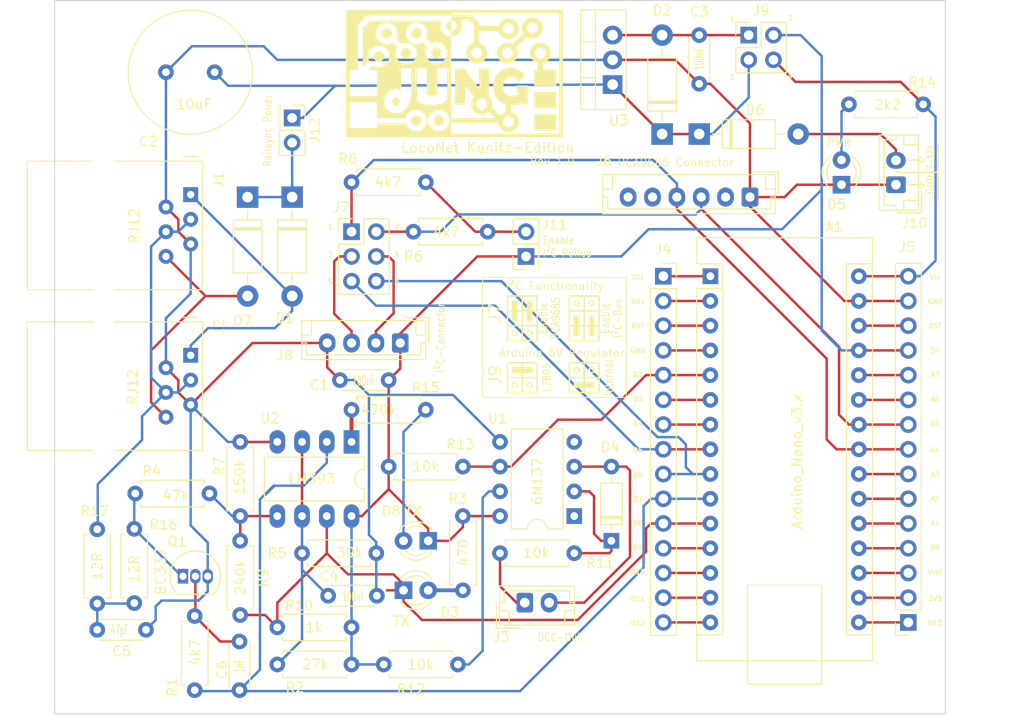
<source format=kicad_pcb>
(kicad_pcb (version 20171130) (host pcbnew "(5.1.7)-1")
  (title_block (title DESIGN_TITLE) (rev VER_NO) (company "Sebastian Jung"))
  (layers (0 F.Cu signal) (31 B.Cu signal) (34 B.Paste user) (35 F.Paste user) (36 B.SilkS user) (37 F.SilkS user) (38 B.Mask user) (39 F.Mask user) (44 Edge.Cuts user))
  (net 0 "")
  (net 1 16)
  (net 2 15)
  (net 3 30)
  (net 4 14)
  (net 5 29)
  (net 6 13)
  (net 7 28)
  (net 8 12)
  (net 9 27)
  (net 10 11)
  (net 11 26)
  (net 12 10)
  (net 13 25)
  (net 14 9)
  (net 15 24)
  (net 16 8)
  (net 17 23)
  (net 18 7)
  (net 19 22)
  (net 20 6)
  (net 21 21)
  (net 22 5)
  (net 23 20)
  (net 24 4)
  (net 25 19)
  (net 26 3)
  (net 27 18)
  (net 28 2)
  (net 29 17)
  (net 30 1)
  (net 31 "Net-(C3-Pad2)")
  (net 32 "Net-(D1-Pad2)")
  (net 33 "Net-(D3-Pad2)")
  (net 34 "Net-(D4-Pad2)")
  (net 35 "Net-(D4-Pad1)")
  (net 36 "Net-(D5-Pad2)")
  (net 37 "Net-(D6-Pad2)")
  (net 38 "Net-(D7-Pad2)")
  (net 39 LocoSignal)
  (net 40 "Net-(J3-Pad1)")
  (net 41 "Net-(J6-Pad6)")
  (net 42 5V)
  (net 43 "Net-(J6-Pad2)")
  (net 44 "Net-(J7-Pad4)")
  (net 45 "Net-(J7-Pad3)")
  (net 46 "Net-(J11-Pad2)")
  (net 47 "Net-(R4-Pad2)")
  (net 48 "Net-(R12-Pad2)")
  (net 49 "Net-(U1-Pad1)")
  (net 50 Vdrive)
  (net 51 "Net-(D8-Pad2)")
  (net 52 U_Komperator)
  (net 53 "Net-(R15-Pad2)")
  (net 54 "Net-(D1-Pad1)")
  (net 55 "Net-(C5-Pad2)")
  (net 56 "Net-(C6-Pad2)")
  (net 57 "Net-(Q1-Pad1)")
  (module Resistor_THT:R_Axial_DIN0207_L6.3mm_D2.5mm_P7.62mm_Horizontal (layer F.Cu) (at 212.5 106.78 270)
    (fp_text reference R1 (at 7.32 2.3 90) (layer F.SilkS))
    (fp_text value 4k7 (at 3.7592 -0.0508 90) (layer F.SilkS))
    (pad 2 thru_hole oval (at 7.62 0 270) (size 1.6 1.6) (drill 0.8) (layers *.Cu *.Mask) (net 12 10))
    (pad 1 thru_hole circle (at 0 0 270) (size 1.6 1.6) (drill 0.8) (layers *.Cu *.Mask) (net 56 "Net-(C6-Pad2)"))
  )
  (module Resistor_THT:R_Axial_DIN0207_L6.3mm_D2.5mm_P7.62mm_Horizontal (layer F.Cu) (at 202.5 97.88 270)
    (fp_text reference R17 (at -1.88 0.3 180) (layer F.SilkS))
    (fp_text value 12R (at 3.81 0 90) (layer F.SilkS))
    (pad 2 thru_hole oval (at 7.62 0 270) (size 1.6 1.6) (drill 0.8) (layers *.Cu *.Mask) (net 55 "Net-(C5-Pad2)"))
    (pad 1 thru_hole circle (at 0 0 270) (size 1.6 1.6) (drill 0.8) (layers *.Cu *.Mask) (net 39 LocoSignal))
  )
  (module Resistor_THT:R_Axial_DIN0207_L6.3mm_D2.5mm_P7.62mm_Horizontal (layer F.Cu) (at 206.3 105.45 90)
    (fp_text reference R16 (at 8.05 3 180) (layer F.SilkS))
    (fp_text value 12R (at 3.5 0 90) (layer F.SilkS))
    (pad 2 thru_hole oval (at 7.62 0 90) (size 1.6 1.6) (drill 0.8) (layers *.Cu *.Mask) (net 57 "Net-(Q1-Pad1)"))
    (pad 1 thru_hole circle (at 0 0 90) (size 1.6 1.6) (drill 0.8) (layers *.Cu *.Mask) (net 55 "Net-(C5-Pad2)"))
  )
  (module Capacitor_THT:C_Disc_D4.3mm_W1.9mm_P5.00mm (layer F.Cu) (at 217.1 114.4 90)
    (fp_text reference C6 (at 2.1 -1.8 270) (layer F.SilkS))
    (fp_text value 1nF (at 2.5 0 90) (layer F.SilkS) (effects (font (size 1 0.5) (thickness 0.1))))
    (pad 2 thru_hole circle (at 5 0 90) (size 1.6 1.6) (drill 0.8) (layers *.Cu *.Mask) (net 56 "Net-(C6-Pad2)"))
    (pad 1 thru_hole circle (at 0 0 90) (size 1.6 1.6) (drill 0.8) (layers *.Cu *.Mask) (net 12 10))
  )
  (module Capacitor_THT:C_Disc_D4.3mm_W1.9mm_P5.00mm (layer F.Cu) (at 207.5 108.2 180)
    (fp_text reference C5 (at 2.5 -2.2) (layer F.SilkS))
    (fp_text value 47pF (at 2.7 0) (layer F.SilkS) (effects (font (size 1 0.5) (thickness 0.1))))
    (pad 2 thru_hole circle (at 5 0 180) (size 1.6 1.6) (drill 0.8) (layers *.Cu *.Mask) (net 55 "Net-(C5-Pad2)"))
    (pad 1 thru_hole circle (at 0 0 180) (size 1.6 1.6) (drill 0.8) (layers *.Cu *.Mask) (net 5 29))
  )
  (module Capacitor_THT:C_Disc_D4.3mm_W1.9mm_P5.00mm (layer F.Cu) (at 226.2 104.7)
    (fp_text reference C4 (at 0.1 -2) (layer F.SilkS))
    (fp_text value 100nF (at 2.6 0.1) (layer F.SilkS) (effects (font (size 1 0.5) (thickness 0.1))))
    (pad 2 thru_hole circle (at 5 0) (size 1.6 1.6) (drill 0.8) (layers *.Cu *.Mask) (net 5 29))
    (pad 1 thru_hole circle (at 0 0) (size 1.6 1.6) (drill 0.8) (layers *.Cu *.Mask) (net 52 U_Komperator))
  )
  (module Connector_PinHeader_2.54mm:PinHeader_2x01_P2.54mm_Vertical (layer F.Cu) (at 222.504 55.626 270)
    (fp_text reference J12 (at 1.27 -2.33 90) (layer F.SilkS))
    (fp_text value Railsync)
    (pad 2 thru_hole oval (at 2.54 0 270) (size 1.7 1.7) (drill 1) (layers *.Cu *.Mask) (net 54 "Net-(D1-Pad1)"))
    (pad 1 thru_hole rect (at 0 0 270) (size 1.7 1.7) (drill 1) (layers *.Cu *.Mask) (net 50 Vdrive))
  )
  (module Resistor_THT:R_Axial_DIN0207_L6.3mm_D2.5mm_P7.62mm_Horizontal (layer F.Cu) (at 236.22 85.598 180)
    (fp_text reference R15 (at 0 2.286) (layer F.SilkS))
    (fp_text value 470k (at 4.8514 -0.0254) (layer F.SilkS))
    (pad 2 thru_hole oval (at 7.62 0 180) (size 1.6 1.6) (drill 0.8) (layers *.Cu *.Mask) (net 53 "Net-(R15-Pad2)"))
    (pad 1 thru_hole circle (at 0 0 180) (size 1.6 1.6) (drill 0.8) (layers *.Cu *.Mask) (net 51 "Net-(D8-Pad2)"))
  )
  (module LED_THT:LED_D3.0mm (layer F.Cu) (at 236.474 99.06 180)
    (fp_text reference D8 (at 3.81 3.048) (layer F.SilkS))
    (fp_text value LocoTX)
    (pad 2 thru_hole circle (at 2.54 0 180) (size 1.8 1.8) (drill 0.9) (layers *.Cu *.Mask) (net 51 "Net-(D8-Pad2)"))
    (pad 1 thru_hole rect (at 0 0 180) (size 1.8 1.8) (drill 0.9) (layers *.Cu *.Mask) (net 9 27))
  )
  (module jung-connectors:RJ12_Amphenol_54601 (layer F.Cu) (at 212.09 63.5 270)
    (fp_text reference J1 (at -1.524 -2.921 270) (layer F.SilkS))
    (fp_text value RJ12 (at 3.2258 5.7912 270) (layer F.SilkS))
    (pad "" np_thru_hole circle (at 8.25 8.89 270) (size 3.25 3.25) (drill 3.25) (layers *.Cu *.Mask))
    (pad 6 thru_hole circle (at 6.35 2.54 270) (size 1.52 1.52) (drill 0.76) (layers *.Cu *.Mask) (net 38 "Net-(D7-Pad2)"))
    (pad 5 thru_hole circle (at 5.08 0 270) (size 1.52 1.52) (drill 0.76) (layers *.Cu *.Mask) (net 5 29))
    (pad 4 thru_hole circle (at 3.81 2.54 270) (size 1.52 1.52) (drill 0.76) (layers *.Cu *.Mask) (net 39 LocoSignal))
    (pad 3 thru_hole circle (at 2.54 0 270) (size 1.52 1.52) (drill 0.76) (layers *.Cu *.Mask) (net 39 LocoSignal))
    (pad 2 thru_hole circle (at 1.27 2.54 270) (size 1.52 1.52) (drill 0.76) (layers *.Cu *.Mask) (net 5 29))
    (pad "" np_thru_hole circle (at -1.91 8.89 270) (size 3.25 3.25) (drill 3.25) (layers *.Cu *.Mask))
    (pad 1 thru_hole rect (at 0 0 270) (size 1.52 1.52) (drill 0.76) (layers *.Cu *.Mask) (net 32 "Net-(D1-Pad2)"))
  )
  (module MountingHole:MountingHole_2.2mm_M2 (layer F.Cu) (at 285 48)
    (fp_text reference REF**)
    (fp_text value MountingHole_2.2mm_M2)
    (pad 1 np_thru_hole circle (at 0 0) (size 2.2 2.2) (drill 2.2) (layers *.Cu *.Mask))
  )
  (module MountingHole:MountingHole_2.2mm_M2 (layer F.Cu) (at 285 113)
    (fp_text reference REF**)
    (fp_text value MountingHole_2.2mm_M2)
    (pad 1 np_thru_hole circle (at 0 0) (size 2.2 2.2) (drill 2.2) (layers *.Cu *.Mask))
  )
  (module MountingHole:MountingHole_2.2mm_M2 (layer F.Cu) (at 202 48)
    (fp_text reference REF**)
    (fp_text value MountingHole_2.2mm_M2)
    (pad 1 np_thru_hole circle (at 0 0) (size 2.2 2.2) (drill 2.2) (layers *.Cu *.Mask))
  )
  (module MountingHole:MountingHole_2.2mm_M2 (layer F.Cu) (at 202 113)
    (fp_text reference REF**)
    (fp_text value MountingHole_2.2mm_M2)
    (pad 1 np_thru_hole circle (at 0 0) (size 2.2 2.2) (drill 2.2) (layers *.Cu *.Mask))
  )
  (module jung-connectors:RJ12_Amphenol_54601 (layer F.Cu) (at 212.09 80.01 270)
    (fp_text reference J2 (at -2.921 -2.921 270) (layer F.SilkS))
    (fp_text value RJ12 (at 3.2512 5.9436 90) (layer F.SilkS))
    (pad "" np_thru_hole circle (at 8.25 8.89 270) (size 3.25 3.25) (drill 3.25) (layers *.Cu *.Mask))
    (pad 6 thru_hole circle (at 6.35 2.54 270) (size 1.52 1.52) (drill 0.76) (layers *.Cu *.Mask) (net 38 "Net-(D7-Pad2)"))
    (pad 5 thru_hole circle (at 5.08 0 270) (size 1.52 1.52) (drill 0.76) (layers *.Cu *.Mask) (net 5 29))
    (pad 4 thru_hole circle (at 3.81 2.54 270) (size 1.52 1.52) (drill 0.76) (layers *.Cu *.Mask) (net 39 LocoSignal))
    (pad 3 thru_hole circle (at 2.54 0 270) (size 1.52 1.52) (drill 0.76) (layers *.Cu *.Mask) (net 39 LocoSignal))
    (pad 2 thru_hole circle (at 1.27 2.54 270) (size 1.52 1.52) (drill 0.76) (layers *.Cu *.Mask) (net 5 29))
    (pad "" np_thru_hole circle (at -1.91 8.89 270) (size 3.25 3.25) (drill 3.25) (layers *.Cu *.Mask))
    (pad 1 thru_hole rect (at 0 0 270) (size 1.52 1.52) (drill 0.76) (layers *.Cu *.Mask) (net 32 "Net-(D1-Pad2)"))
  )
  (module Module:Arduino_Nano (layer F.Cu) (at 265.43 71.882)
    (fp_text reference A1 (at 12.7 -5.08) (layer F.SilkS))
    (fp_text value Arduino_Nano_v3.x (at 8.89 19.05 90) (layer F.SilkS))
    (pad 16 thru_hole oval (at 15.24 35.56) (size 1.6 1.6) (drill 0.8) (layers *.Cu *.Mask) (net 1 16))
    (pad 15 thru_hole oval (at 0 35.56) (size 1.6 1.6) (drill 0.8) (layers *.Cu *.Mask) (net 2 15))
    (pad 30 thru_hole oval (at 15.24 0) (size 1.6 1.6) (drill 0.8) (layers *.Cu *.Mask) (net 3 30))
    (pad 14 thru_hole oval (at 0 33.02) (size 1.6 1.6) (drill 0.8) (layers *.Cu *.Mask) (net 4 14))
    (pad 29 thru_hole oval (at 15.24 2.54) (size 1.6 1.6) (drill 0.8) (layers *.Cu *.Mask) (net 5 29))
    (pad 13 thru_hole oval (at 0 30.48) (size 1.6 1.6) (drill 0.8) (layers *.Cu *.Mask) (net 6 13))
    (pad 28 thru_hole oval (at 15.24 5.08) (size 1.6 1.6) (drill 0.8) (layers *.Cu *.Mask) (net 7 28))
    (pad 12 thru_hole oval (at 0 27.94) (size 1.6 1.6) (drill 0.8) (layers *.Cu *.Mask) (net 8 12))
    (pad 27 thru_hole oval (at 15.24 7.62) (size 1.6 1.6) (drill 0.8) (layers *.Cu *.Mask) (net 9 27))
    (pad 11 thru_hole oval (at 0 25.4) (size 1.6 1.6) (drill 0.8) (layers *.Cu *.Mask) (net 10 11))
    (pad 26 thru_hole oval (at 15.24 10.16) (size 1.6 1.6) (drill 0.8) (layers *.Cu *.Mask) (net 11 26))
    (pad 10 thru_hole oval (at 0 22.86) (size 1.6 1.6) (drill 0.8) (layers *.Cu *.Mask) (net 12 10))
    (pad 25 thru_hole oval (at 15.24 12.7) (size 1.6 1.6) (drill 0.8) (layers *.Cu *.Mask) (net 13 25))
    (pad 9 thru_hole oval (at 0 20.32) (size 1.6 1.6) (drill 0.8) (layers *.Cu *.Mask) (net 14 9))
    (pad 24 thru_hole oval (at 15.24 15.24) (size 1.6 1.6) (drill 0.8) (layers *.Cu *.Mask) (net 15 24))
    (pad 8 thru_hole oval (at 0 17.78) (size 1.6 1.6) (drill 0.8) (layers *.Cu *.Mask) (net 16 8))
    (pad 23 thru_hole oval (at 15.24 17.78) (size 1.6 1.6) (drill 0.8) (layers *.Cu *.Mask) (net 17 23))
    (pad 7 thru_hole oval (at 0 15.24) (size 1.6 1.6) (drill 0.8) (layers *.Cu *.Mask) (net 18 7))
    (pad 22 thru_hole oval (at 15.24 20.32) (size 1.6 1.6) (drill 0.8) (layers *.Cu *.Mask) (net 19 22))
    (pad 6 thru_hole oval (at 0 12.7) (size 1.6 1.6) (drill 0.8) (layers *.Cu *.Mask) (net 20 6))
    (pad 21 thru_hole oval (at 15.24 22.86) (size 1.6 1.6) (drill 0.8) (layers *.Cu *.Mask) (net 21 21))
    (pad 5 thru_hole oval (at 0 10.16) (size 1.6 1.6) (drill 0.8) (layers *.Cu *.Mask) (net 22 5))
    (pad 20 thru_hole oval (at 15.24 25.4) (size 1.6 1.6) (drill 0.8) (layers *.Cu *.Mask) (net 23 20))
    (pad 4 thru_hole oval (at 0 7.62) (size 1.6 1.6) (drill 0.8) (layers *.Cu *.Mask) (net 24 4))
    (pad 19 thru_hole oval (at 15.24 27.94) (size 1.6 1.6) (drill 0.8) (layers *.Cu *.Mask) (net 25 19))
    (pad 3 thru_hole oval (at 0 5.08) (size 1.6 1.6) (drill 0.8) (layers *.Cu *.Mask) (net 26 3))
    (pad 18 thru_hole oval (at 15.24 30.48) (size 1.6 1.6) (drill 0.8) (layers *.Cu *.Mask) (net 27 18))
    (pad 2 thru_hole oval (at 0 2.54) (size 1.6 1.6) (drill 0.8) (layers *.Cu *.Mask) (net 28 2))
    (pad 17 thru_hole oval (at 15.24 33.02) (size 1.6 1.6) (drill 0.8) (layers *.Cu *.Mask) (net 29 17))
    (pad 1 thru_hole rect (at 0 0) (size 1.6 1.6) (drill 0.8) (layers *.Cu *.Mask) (net 30 1))
  )
  (module LED_THT:LED_D3.0mm (layer F.Cu) (at 278.892 62.484 90)
    (fp_text reference D5 (at -2.032 -0.508 180) (layer F.SilkS))
    (fp_text value Power-LED)
    (pad 2 thru_hole circle (at 2.54 0 90) (size 1.8 1.8) (drill 0.9) (layers *.Cu *.Mask) (net 36 "Net-(D5-Pad2)"))
    (pad 1 thru_hole rect (at 0 0 90) (size 1.8 1.8) (drill 0.9) (layers *.Cu *.Mask) (net 5 29))
  )
  (module Package_TO_SOT_THT:TO-220-3_Vertical (layer F.Cu) (at 255.397 52.197 90)
    (fp_text reference U3 (at -3.683 0.635 180) (layer F.SilkS))
    (fp_text value L7805)
    (pad 3 thru_hole oval (at 5.08 0 90) (size 1.905 2) (drill 1.1) (layers *.Cu *.Mask) (net 31 "Net-(C3-Pad2)"))
    (pad 2 thru_hole oval (at 2.54 0 90) (size 1.905 2) (drill 1.1) (layers *.Cu *.Mask) (net 5 29))
    (pad 1 thru_hole rect (at 0 0 90) (size 1.905 2) (drill 1.1) (layers *.Cu *.Mask) (net 50 Vdrive))
  )
  (module Package_DIP:DIP-8_W7.62mm_LongPads (layer F.Cu) (at 228.6 88.9 270)
    (fp_text reference U2 (at -2.413 8.382 180) (layer F.SilkS))
    (fp_text value LM393 (at 3.81 4.064 180) (layer F.SilkS))
    (pad 8 thru_hole oval (at 7.62 0 270) (size 2.4 1.6) (drill 0.8) (layers *.Cu *.Mask) (net 9 27))
    (pad 4 thru_hole oval (at 0 7.62 270) (size 2.4 1.6) (drill 0.8) (layers *.Cu *.Mask) (net 5 29))
    (pad 7 thru_hole oval (at 7.62 2.54 270) (size 2.4 1.6) (drill 0.8) (layers *.Cu *.Mask) (net 10 11))
    (pad 3 thru_hole oval (at 0 5.08 270) (size 2.4 1.6) (drill 0.8) (layers *.Cu *.Mask) (net 52 U_Komperator))
    (pad 6 thru_hole oval (at 7.62 5.08 270) (size 2.4 1.6) (drill 0.8) (layers *.Cu *.Mask) (net 52 U_Komperator))
    (pad 2 thru_hole oval (at 0 2.54 270) (size 2.4 1.6) (drill 0.8) (layers *.Cu *.Mask) (net 12 10))
    (pad 5 thru_hole oval (at 7.62 7.62 270) (size 2.4 1.6) (drill 0.8) (layers *.Cu *.Mask) (net 47 "Net-(R4-Pad2)"))
    (pad 1 thru_hole rect (at 0 0 270) (size 2.4 1.6) (drill 0.8) (layers *.Cu *.Mask) (net 53 "Net-(R15-Pad2)"))
  )
  (module Package_DIP:DIP-8_W7.62mm (layer F.Cu) (at 251.46 96.52 180)
    (fp_text reference U1 (at 7.874 10.033) (layer F.SilkS))
    (fp_text value 6N137 (at 3.81 3.556 90) (layer F.SilkS))
    (pad 8 thru_hole oval (at 7.62 0 180) (size 1.6 1.6) (drill 0.8) (layers *.Cu *.Mask) (net 9 27))
    (pad 4 thru_hole oval (at 0 7.62 180) (size 1.6 1.6) (drill 0.8) (layers *.Cu *.Mask))
    (pad 7 thru_hole oval (at 7.62 2.54 180) (size 1.6 1.6) (drill 0.8) (layers *.Cu *.Mask) (net 48 "Net-(R12-Pad2)"))
    (pad 3 thru_hole oval (at 0 5.08 180) (size 1.6 1.6) (drill 0.8) (layers *.Cu *.Mask) (net 34 "Net-(D4-Pad2)"))
    (pad 6 thru_hole oval (at 7.62 5.08 180) (size 1.6 1.6) (drill 0.8) (layers *.Cu *.Mask) (net 22 5))
    (pad 2 thru_hole oval (at 0 2.54 180) (size 1.6 1.6) (drill 0.8) (layers *.Cu *.Mask) (net 35 "Net-(D4-Pad1)"))
    (pad 5 thru_hole oval (at 7.62 7.62 180) (size 1.6 1.6) (drill 0.8) (layers *.Cu *.Mask) (net 5 29))
    (pad 1 thru_hole rect (at 0 0 180) (size 1.6 1.6) (drill 0.8) (layers *.Cu *.Mask) (net 49 "Net-(U1-Pad1)"))
  )
  (module Resistor_THT:R_Axial_DIN0207_L6.3mm_D2.5mm_P7.62mm_Horizontal (layer F.Cu) (at 279.654 54.229)
    (fp_text reference R14 (at 7.5184 -2.2606) (layer F.SilkS))
    (fp_text value 2k2 (at 3.9624 0.0508) (layer F.SilkS))
    (pad 2 thru_hole oval (at 7.62 0) (size 1.6 1.6) (drill 0.8) (layers *.Cu *.Mask) (net 3 30))
    (pad 1 thru_hole circle (at 0 0) (size 1.6 1.6) (drill 0.8) (layers *.Cu *.Mask) (net 36 "Net-(D5-Pad2)"))
  )
  (module Resistor_THT:R_Axial_DIN0207_L6.3mm_D2.5mm_P7.62mm_Horizontal (layer F.Cu) (at 232.41 91.44)
    (fp_text reference R13 (at 7.366 -2.286) (layer F.SilkS))
    (fp_text value 10k (at 3.8354 -0.0254) (layer F.SilkS))
    (pad 2 thru_hole oval (at 7.62 0) (size 1.6 1.6) (drill 0.8) (layers *.Cu *.Mask) (net 22 5))
    (pad 1 thru_hole circle (at 0 0) (size 1.6 1.6) (drill 0.8) (layers *.Cu *.Mask) (net 9 27))
  )
  (module Resistor_THT:R_Axial_DIN0207_L6.3mm_D2.5mm_P7.62mm_Horizontal (layer F.Cu) (at 231.902 111.76)
    (fp_text reference R12 (at 2.794 2.54) (layer F.SilkS))
    (fp_text value 10k (at 3.7846 0.0254) (layer F.SilkS))
    (pad 2 thru_hole oval (at 7.62 0) (size 1.6 1.6) (drill 0.8) (layers *.Cu *.Mask) (net 48 "Net-(R12-Pad2)"))
    (pad 1 thru_hole circle (at 0 0) (size 1.6 1.6) (drill 0.8) (layers *.Cu *.Mask) (net 9 27))
  )
  (module Resistor_THT:R_Axial_DIN0207_L6.3mm_D2.5mm_P7.62mm_Horizontal (layer F.Cu) (at 243.84 100.33)
    (fp_text reference R11 (at 10.287 1.016) (layer F.SilkS))
    (fp_text value 10k (at 3.7338 -0.0508) (layer F.SilkS))
    (pad 2 thru_hole oval (at 7.62 0) (size 1.6 1.6) (drill 0.8) (layers *.Cu *.Mask) (net 35 "Net-(D4-Pad1)"))
    (pad 1 thru_hole circle (at 0 0) (size 1.6 1.6) (drill 0.8) (layers *.Cu *.Mask) (net 40 "Net-(J3-Pad1)"))
  )
  (module Resistor_THT:R_Axial_DIN0207_L6.3mm_D2.5mm_P7.62mm_Horizontal (layer F.Cu) (at 220.98 107.95)
    (fp_text reference R10 (at 2.22 -2.25) (layer F.SilkS))
    (fp_text value 1k (at 3.7846 0) (layer F.SilkS))
    (pad 2 thru_hole oval (at 7.62 0) (size 1.6 1.6) (drill 0.8) (layers *.Cu *.Mask) (net 9 27))
    (pad 1 thru_hole circle (at 0 0) (size 1.6 1.6) (drill 0.8) (layers *.Cu *.Mask) (net 10 11))
  )
  (module Resistor_THT:R_Axial_DIN0207_L6.3mm_D2.5mm_P7.62mm_Horizontal (layer F.Cu) (at 217.17 99.06 270)
    (fp_text reference R9 (at 3.81 -2.37 90) (layer F.SilkS))
    (fp_text value 240k (at 3.7592 -0.0254 90) (layer F.SilkS))
    (pad 2 thru_hole oval (at 7.62 0 270) (size 1.6 1.6) (drill 0.8) (layers *.Cu *.Mask) (net 10 11))
    (pad 1 thru_hole circle (at 0 0 270) (size 1.6 1.6) (drill 0.8) (layers *.Cu *.Mask) (net 47 "Net-(R4-Pad2)"))
  )
  (module Resistor_THT:R_Axial_DIN0207_L6.3mm_D2.5mm_P7.62mm_Horizontal (layer F.Cu) (at 228.6 62.23)
    (fp_text reference R8 (at -0.381 -2.413) (layer F.SilkS))
    (fp_text value 4k7 (at 3.7592 -0.0254) (layer F.SilkS))
    (pad 2 thru_hole oval (at 7.62 0) (size 1.6 1.6) (drill 0.8) (layers *.Cu *.Mask) (net 46 "Net-(J11-Pad2)"))
    (pad 1 thru_hole circle (at 0 0) (size 1.6 1.6) (drill 0.8) (layers *.Cu *.Mask) (net 17 23))
  )
  (module Resistor_THT:R_Axial_DIN0207_L6.3mm_D2.5mm_P7.62mm_Horizontal (layer F.Cu) (at 217.17 96.52 90)
    (fp_text reference R7 (at 5.12 -2.17 90) (layer F.SilkS))
    (fp_text value 150k (at 3.9878 -0.0508 90) (layer F.SilkS))
    (pad 2 thru_hole oval (at 7.62 0 90) (size 1.6 1.6) (drill 0.8) (layers *.Cu *.Mask) (net 5 29))
    (pad 1 thru_hole circle (at 0 0 90) (size 1.6 1.6) (drill 0.8) (layers *.Cu *.Mask) (net 47 "Net-(R4-Pad2)"))
  )
  (module Resistor_THT:R_Axial_DIN0207_L6.3mm_D2.5mm_P7.62mm_Horizontal (layer F.Cu) (at 234.95 67.31)
    (fp_text reference R6 (at 0 2.54) (layer F.SilkS))
    (fp_text value 4k7 (at 3.3782 0.0254) (layer F.SilkS))
    (pad 2 thru_hole oval (at 7.62 0) (size 1.6 1.6) (drill 0.8) (layers *.Cu *.Mask) (net 46 "Net-(J11-Pad2)"))
    (pad 1 thru_hole circle (at 0 0) (size 1.6 1.6) (drill 0.8) (layers *.Cu *.Mask) (net 15 24))
  )
  (module Resistor_THT:R_Axial_DIN0207_L6.3mm_D2.5mm_P7.62mm_Horizontal (layer F.Cu) (at 223.52 100.33)
    (fp_text reference R5 (at -2.54 0) (layer F.SilkS))
    (fp_text value 39k (at 4.88 -0.03) (layer F.SilkS))
    (pad 2 thru_hole oval (at 7.62 0) (size 1.6 1.6) (drill 0.8) (layers *.Cu *.Mask) (net 5 29))
    (pad 1 thru_hole circle (at 0 0) (size 1.6 1.6) (drill 0.8) (layers *.Cu *.Mask) (net 52 U_Komperator))
  )
  (module Resistor_THT:R_Axial_DIN0207_L6.3mm_D2.5mm_P7.62mm_Horizontal (layer F.Cu) (at 206.4 94.2)
    (fp_text reference R4 (at 1.7 -2.3) (layer F.SilkS))
    (fp_text value 47k (at 4.191 0.2032) (layer F.SilkS))
    (pad 2 thru_hole oval (at 7.62 0) (size 1.6 1.6) (drill 0.8) (layers *.Cu *.Mask) (net 47 "Net-(R4-Pad2)"))
    (pad 1 thru_hole circle (at 0 0) (size 1.6 1.6) (drill 0.8) (layers *.Cu *.Mask) (net 57 "Net-(Q1-Pad1)"))
  )
  (module Resistor_THT:R_Axial_DIN0207_L6.3mm_D2.5mm_P7.62mm_Horizontal (layer F.Cu) (at 240.03 104.14 90)
    (fp_text reference R3 (at 9.398 -0.508 180) (layer F.SilkS))
    (fp_text value 470 (at 3.8608 0.0254 90) (layer F.SilkS))
    (pad 2 thru_hole oval (at 7.62 0 90) (size 1.6 1.6) (drill 0.8) (layers *.Cu *.Mask) (net 9 27))
    (pad 1 thru_hole circle (at 0 0 90) (size 1.6 1.6) (drill 0.8) (layers *.Cu *.Mask) (net 33 "Net-(D3-Pad2)"))
  )
  (module Resistor_THT:R_Axial_DIN0207_L6.3mm_D2.5mm_P7.62mm_Horizontal (layer F.Cu) (at 228.6 111.76 180)
    (fp_text reference R2 (at 5.8 -2.37) (layer F.SilkS))
    (fp_text value 27k (at 3.7084 0) (layer F.SilkS))
    (pad 2 thru_hole oval (at 7.62 0 180) (size 1.6 1.6) (drill 0.8) (layers *.Cu *.Mask) (net 52 U_Komperator))
    (pad 1 thru_hole circle (at 0 0 180) (size 1.6 1.6) (drill 0.8) (layers *.Cu *.Mask) (net 9 27))
  )
  (module Package_TO_SOT_THT:TO-92_Inline (layer F.Cu) (at 211.3 102.7)
    (fp_text reference Q1 (at -0.6 -3.55) (layer F.SilkS))
    (fp_text value BC337 (at -2.286 -0.508 90) (layer F.SilkS))
    (pad 1 thru_hole rect (at 0 0) (size 1.05 1.5) (drill 0.75) (layers *.Cu *.Mask) (net 57 "Net-(Q1-Pad1)"))
    (pad 3 thru_hole oval (at 2.54 0) (size 1.05 1.5) (drill 0.75) (layers *.Cu *.Mask) (net 5 29))
    (pad 2 thru_hole oval (at 1.27 0) (size 1.05 1.5) (drill 0.75) (layers *.Cu *.Mask) (net 56 "Net-(C6-Pad2)"))
  )
  (module Connector_PinHeader_2.54mm:PinHeader_2x01_P2.54mm_Vertical (layer F.Cu) (at 246.507 69.85 90)
    (fp_text reference J11 (at 3.302 2.921 180) (layer F.SilkS))
    (fp_text value PullUpEnable)
    (pad 2 thru_hole oval (at 2.54 0 90) (size 1.7 1.7) (drill 1) (layers *.Cu *.Mask) (net 46 "Net-(J11-Pad2)"))
    (pad 1 thru_hole rect (at 0 0 90) (size 1.7 1.7) (drill 1) (layers *.Cu *.Mask) (net 9 27))
  )
  (module Connector_JST:JST_EH_B2B-EH-A_1x02_P2.50mm_Vertical (layer F.Cu) (at 284.48 62.484 90)
    (fp_text reference J10 (at -3.937 1.905 180) (layer F.SilkS))
    (fp_text value PWR)
    (pad 2 thru_hole oval (at 2.5 0 90) (size 1.7 2) (drill 1) (layers *.Cu *.Mask) (net 37 "Net-(D6-Pad2)"))
    (pad 1 thru_hole roundrect (at 0 0 90) (size 1.7 2) (drill 1) (layers *.Cu *.Mask) (roundrect_rratio 0.147059) (net 5 29))
  )
  (module Connector_PinHeader_2.54mm:PinHeader_2x02_P2.54mm_Vertical (layer F.Cu) (at 269.367 47.117)
    (fp_text reference J9 (at 1.27 -2.54) (layer F.SilkS))
    (fp_text value PowerSelect)
    (pad 4 thru_hole oval (at 2.54 2.54) (size 1.7 1.7) (drill 1) (layers *.Cu *.Mask) (net 3 30))
    (pad 3 thru_hole oval (at 0 2.54) (size 1.7 1.7) (drill 1) (layers *.Cu *.Mask) (net 50 Vdrive))
    (pad 2 thru_hole oval (at 2.54 0) (size 1.7 1.7) (drill 1) (layers *.Cu *.Mask) (net 9 27))
    (pad 1 thru_hole rect (at 0 0) (size 1.7 1.7) (drill 1) (layers *.Cu *.Mask) (net 31 "Net-(C3-Pad2)"))
  )
  (module Connector_JST:JST_EH_B4B-EH-A_1x04_P2.50mm_Vertical (layer F.Cu) (at 233.6 78.74 180)
    (fp_text reference J8 (at 11.858 -1.27) (layer F.SilkS))
    (fp_text value "I²C Connector")
    (pad 4 thru_hole oval (at 7.5 0 180) (size 1.7 1.95) (drill 0.95) (layers *.Cu *.Mask) (net 5 29))
    (pad 3 thru_hole oval (at 5 0 180) (size 1.7 1.95) (drill 0.95) (layers *.Cu *.Mask) (net 45 "Net-(J7-Pad3)"))
    (pad 2 thru_hole oval (at 2.5 0 180) (size 1.7 1.95) (drill 0.95) (layers *.Cu *.Mask) (net 44 "Net-(J7-Pad4)"))
    (pad 1 thru_hole roundrect (at 0 0 180) (size 1.7 1.95) (drill 0.95) (layers *.Cu *.Mask) (roundrect_rratio 0.147059) (net 9 27))
  )
  (module Connector_PinHeader_2.54mm:PinHeader_2x03_P2.54mm_Vertical (layer F.Cu) (at 228.6 67.31)
    (fp_text reference J7 (at -1.0922 -2.5146) (layer F.SilkS))
    (fp_text value SCL/SDA)
    (pad 6 thru_hole oval (at 2.54 5.08) (size 1.7 1.7) (drill 1) (layers *.Cu *.Mask) (net 14 9))
    (pad 5 thru_hole oval (at 0 5.08) (size 1.7 1.7) (drill 1) (layers *.Cu *.Mask) (net 16 8))
    (pad 4 thru_hole oval (at 2.54 2.54) (size 1.7 1.7) (drill 1) (layers *.Cu *.Mask) (net 44 "Net-(J7-Pad4)"))
    (pad 3 thru_hole oval (at 0 2.54) (size 1.7 1.7) (drill 1) (layers *.Cu *.Mask) (net 45 "Net-(J7-Pad3)"))
    (pad 2 thru_hole oval (at 2.54 0) (size 1.7 1.7) (drill 1) (layers *.Cu *.Mask) (net 15 24))
    (pad 1 thru_hole rect (at 0 0) (size 1.7 1.7) (drill 1) (layers *.Cu *.Mask) (net 17 23))
  )
  (module Connector_JST:JST_EH_B6B-EH-A_1x06_P2.50mm_Vertical (layer F.Cu) (at 269.494 63.754 180)
    (fp_text reference J6 (at 14.986 3.683) (layer F.SilkS))
    (fp_text value PCA9685)
    (pad 6 thru_hole oval (at 12.5 0 180) (size 1.7 1.95) (drill 0.95) (layers *.Cu *.Mask) (net 41 "Net-(J6-Pad6)"))
    (pad 5 thru_hole oval (at 10 0 180) (size 1.7 1.95) (drill 0.95) (layers *.Cu *.Mask) (net 42 5V))
    (pad 4 thru_hole oval (at 7.5 0 180) (size 1.7 1.95) (drill 0.95) (layers *.Cu *.Mask) (net 17 23))
    (pad 3 thru_hole oval (at 5 0 180) (size 1.7 1.95) (drill 0.95) (layers *.Cu *.Mask) (net 15 24))
    (pad 2 thru_hole oval (at 2.5 0 180) (size 1.7 1.95) (drill 0.95) (layers *.Cu *.Mask) (net 43 "Net-(J6-Pad2)"))
    (pad 1 thru_hole roundrect (at 0 0 180) (size 1.7 1.95) (drill 0.95) (layers *.Cu *.Mask) (roundrect_rratio 0.147059) (net 5 29))
  )
  (module Connector_PinSocket_2.54mm:PinSocket_1x15_P2.54mm_Vertical (layer F.Cu) (at 285.75 107.442 180)
    (fp_text reference J5 (at 0.127 38.5445) (layer F.SilkS))
    (fp_text value "Arduino Sockelleiste Pin16-30")
    (pad 15 thru_hole oval (at 0 35.56 180) (size 1.7 1.7) (drill 1) (layers *.Cu *.Mask) (net 3 30))
    (pad 14 thru_hole oval (at 0 33.02 180) (size 1.7 1.7) (drill 1) (layers *.Cu *.Mask) (net 5 29))
    (pad 13 thru_hole oval (at 0 30.48 180) (size 1.7 1.7) (drill 1) (layers *.Cu *.Mask) (net 7 28))
    (pad 12 thru_hole oval (at 0 27.94 180) (size 1.7 1.7) (drill 1) (layers *.Cu *.Mask) (net 9 27))
    (pad 11 thru_hole oval (at 0 25.4 180) (size 1.7 1.7) (drill 1) (layers *.Cu *.Mask) (net 11 26))
    (pad 10 thru_hole oval (at 0 22.86 180) (size 1.7 1.7) (drill 1) (layers *.Cu *.Mask) (net 13 25))
    (pad 9 thru_hole oval (at 0 20.32 180) (size 1.7 1.7) (drill 1) (layers *.Cu *.Mask) (net 15 24))
    (pad 8 thru_hole oval (at 0 17.78 180) (size 1.7 1.7) (drill 1) (layers *.Cu *.Mask) (net 17 23))
    (pad 7 thru_hole oval (at 0 15.24 180) (size 1.7 1.7) (drill 1) (layers *.Cu *.Mask) (net 19 22))
    (pad 6 thru_hole oval (at 0 12.7 180) (size 1.7 1.7) (drill 1) (layers *.Cu *.Mask) (net 21 21))
    (pad 5 thru_hole oval (at 0 10.16 180) (size 1.7 1.7) (drill 1) (layers *.Cu *.Mask) (net 23 20))
    (pad 4 thru_hole oval (at 0 7.62 180) (size 1.7 1.7) (drill 1) (layers *.Cu *.Mask) (net 25 19))
    (pad 3 thru_hole oval (at 0 5.08 180) (size 1.7 1.7) (drill 1) (layers *.Cu *.Mask) (net 27 18))
    (pad 2 thru_hole oval (at 0 2.54 180) (size 1.7 1.7) (drill 1) (layers *.Cu *.Mask) (net 29 17))
    (pad 1 thru_hole rect (at 0 0 180) (size 1.7 1.7) (drill 1) (layers *.Cu *.Mask) (net 1 16))
  )
  (module Connector_PinSocket_2.54mm:PinSocket_1x15_P2.54mm_Vertical (layer F.Cu) (at 260.604 71.882)
    (fp_text reference J4 (at 0 -2.77) (layer F.SilkS))
    (fp_text value "Arduino Sockelleiste Pin01-15")
    (pad 15 thru_hole oval (at 0 35.56) (size 1.7 1.7) (drill 1) (layers *.Cu *.Mask) (net 2 15))
    (pad 14 thru_hole oval (at 0 33.02) (size 1.7 1.7) (drill 1) (layers *.Cu *.Mask) (net 4 14))
    (pad 13 thru_hole oval (at 0 30.48) (size 1.7 1.7) (drill 1) (layers *.Cu *.Mask) (net 6 13))
    (pad 12 thru_hole oval (at 0 27.94) (size 1.7 1.7) (drill 1) (layers *.Cu *.Mask) (net 8 12))
    (pad 11 thru_hole oval (at 0 25.4) (size 1.7 1.7) (drill 1) (layers *.Cu *.Mask) (net 10 11))
    (pad 10 thru_hole oval (at 0 22.86) (size 1.7 1.7) (drill 1) (layers *.Cu *.Mask) (net 12 10))
    (pad 9 thru_hole oval (at 0 20.32) (size 1.7 1.7) (drill 1) (layers *.Cu *.Mask) (net 14 9))
    (pad 8 thru_hole oval (at 0 17.78) (size 1.7 1.7) (drill 1) (layers *.Cu *.Mask) (net 16 8))
    (pad 7 thru_hole oval (at 0 15.24) (size 1.7 1.7) (drill 1) (layers *.Cu *.Mask) (net 18 7))
    (pad 6 thru_hole oval (at 0 12.7) (size 1.7 1.7) (drill 1) (layers *.Cu *.Mask) (net 20 6))
    (pad 5 thru_hole oval (at 0 10.16) (size 1.7 1.7) (drill 1) (layers *.Cu *.Mask) (net 22 5))
    (pad 4 thru_hole oval (at 0 7.62) (size 1.7 1.7) (drill 1) (layers *.Cu *.Mask) (net 24 4))
    (pad 3 thru_hole oval (at 0 5.08) (size 1.7 1.7) (drill 1) (layers *.Cu *.Mask) (net 26 3))
    (pad 2 thru_hole oval (at 0 2.54) (size 1.7 1.7) (drill 1) (layers *.Cu *.Mask) (net 28 2))
    (pad 1 thru_hole rect (at 0 0) (size 1.7 1.7) (drill 1) (layers *.Cu *.Mask) (net 30 1))
  )
  (module Connector_JST:JST_EH_B2B-EH-A_1x02_P2.50mm_Vertical (layer F.Cu) (at 246.38 105.41)
    (fp_text reference J3 (at -2.413 3.556) (layer F.SilkS))
    (fp_text value DCC)
    (pad 2 thru_hole oval (at 2.5 0) (size 1.7 2) (drill 1) (layers *.Cu *.Mask) (net 34 "Net-(D4-Pad2)"))
    (pad 1 thru_hole roundrect (at 0 0) (size 1.7 2) (drill 1) (layers *.Cu *.Mask) (roundrect_rratio 0.147059) (net 40 "Net-(J3-Pad1)"))
  )
  (module Diode_THT:D_DO-41_SOD81_P10.16mm_Horizontal (layer F.Cu) (at 217.932 63.754 270)
    (fp_text reference D7 (at 12.7 0.508 180) (layer F.SilkS))
    (fp_text value 1N4003)
    (pad 2 thru_hole oval (at 10.16 0 270) (size 2.2 2.2) (drill 1.1) (layers *.Cu *.Mask) (net 38 "Net-(D7-Pad2)"))
    (pad 1 thru_hole rect (at 0 0 270) (size 2.2 2.2) (drill 1.1) (layers *.Cu *.Mask) (net 54 "Net-(D1-Pad1)"))
  )
  (module Diode_THT:D_DO-41_SOD81_P10.16mm_Horizontal (layer F.Cu) (at 264.287 57.277)
    (fp_text reference D6 (at 5.715 -2.47) (layer F.SilkS))
    (fp_text value 1N4004)
    (pad 2 thru_hole oval (at 10.16 0) (size 2.2 2.2) (drill 1.1) (layers *.Cu *.Mask) (net 37 "Net-(D6-Pad2)"))
    (pad 1 thru_hole rect (at 0 0) (size 2.2 2.2) (drill 1.1) (layers *.Cu *.Mask) (net 50 Vdrive))
  )
  (module Diode_THT:D_DO-35_SOD27_P7.62mm_Horizontal (layer F.Cu) (at 255.27 99.06 90)
    (fp_text reference D4 (at 9.652 -0.127 180) (layer F.SilkS))
    (fp_text value 1N4148)
    (pad 2 thru_hole oval (at 7.62 0 90) (size 1.6 1.6) (drill 0.8) (layers *.Cu *.Mask) (net 34 "Net-(D4-Pad2)"))
    (pad 1 thru_hole rect (at 0 0 90) (size 1.6 1.6) (drill 0.8) (layers *.Cu *.Mask) (net 35 "Net-(D4-Pad1)"))
  )
  (module LED_THT:LED_D3.0mm (layer F.Cu) (at 233.934 104.14)
    (fp_text reference D3 (at 4.766 2.26) (layer F.SilkS))
    (fp_text value LocoRX)
    (pad 2 thru_hole circle (at 2.54 0) (size 1.8 1.8) (drill 0.9) (layers *.Cu *.Mask) (net 33 "Net-(D3-Pad2)"))
    (pad 1 thru_hole rect (at 0 0) (size 1.8 1.8) (drill 0.9) (layers *.Cu *.Mask) (net 10 11))
  )
  (module Diode_THT:D_DO-41_SOD81_P10.16mm_Horizontal (layer F.Cu) (at 260.477 57.277 90)
    (fp_text reference D2 (at 12.7 0 180) (layer F.SilkS))
    (fp_text value 1N4004)
    (pad 2 thru_hole oval (at 10.16 0 90) (size 2.2 2.2) (drill 1.1) (layers *.Cu *.Mask) (net 31 "Net-(C3-Pad2)"))
    (pad 1 thru_hole rect (at 0 0 90) (size 2.2 2.2) (drill 1.1) (layers *.Cu *.Mask) (net 50 Vdrive))
  )
  (module Diode_THT:D_DO-41_SOD81_P10.16mm_Horizontal (layer F.Cu) (at 222.504 63.754 270)
    (fp_text reference D1 (at 12.446 0.762 180) (layer F.SilkS))
    (fp_text value 1N4003)
    (pad 2 thru_hole oval (at 10.16 0 270) (size 2.2 2.2) (drill 1.1) (layers *.Cu *.Mask) (net 32 "Net-(D1-Pad2)"))
    (pad 1 thru_hole rect (at 0 0 270) (size 2.2 2.2) (drill 1.1) (layers *.Cu *.Mask) (net 54 "Net-(D1-Pad1)"))
  )
  (module Capacitor_THT:C_Disc_D4.3mm_W1.9mm_P5.00mm (layer F.Cu) (at 264.287 52.117 90)
    (fp_text reference C3 (at 7.413 0 180) (layer F.SilkS))
    (fp_text value 100nF (at 2.587 0.0254 90) (layer F.SilkS) (effects (font (size 1 0.5) (thickness 0.1))))
    (pad 2 thru_hole circle (at 5 0 90) (size 1.6 1.6) (drill 0.8) (layers *.Cu *.Mask) (net 31 "Net-(C3-Pad2)"))
    (pad 1 thru_hole circle (at 0 0 90) (size 1.6 1.6) (drill 0.8) (layers *.Cu *.Mask) (net 5 29))
  )
  (module Capacitor_THT:C_Radial_D12.5mm_H20.0mm_P5.00mm (layer F.Cu) (at 209.55 50.927)
    (fp_text reference C2 (at -1.778 7.112) (layer F.SilkS))
    (fp_text value 10uF (at 2.8702 3.302) (layer F.SilkS))
    (pad 2 thru_hole circle (at 5 0) (size 1.6 1.6) (drill 0.8) (layers *.Cu *.Mask) (net 50 Vdrive))
    (pad 1 thru_hole circle (at 0 0) (size 1.6 1.6) (drill 0.8) (layers *.Cu *.Mask) (net 5 29))
  )
  (module Capacitor_THT:C_Disc_D4.3mm_W1.9mm_P5.00mm (layer F.Cu) (at 232.41 82.55 180)
    (fp_text reference C1 (at 7.112 -0.508) (layer F.SilkS))
    (fp_text value 100nF (at 2.5654 -0.0508) (layer F.SilkS) (effects (font (size 1 0.5) (thickness 0.1))))
    (pad 2 thru_hole circle (at 5 0 180) (size 1.6 1.6) (drill 0.8) (layers *.Cu *.Mask) (net 5 29))
    (pad 1 thru_hole circle (at 0 0 180) (size 1.6 1.6) (drill 0.8) (layers *.Cu *.Mask) (net 9 27))
  )
  (module jung-logos:board-title (layer F.Cu) (at 214.376 49.276)
    (fp_text reference LOGO**)
    (fp_text value board-title)
    (fp_text user "Rev 1.0" (at 34.798 10.795) (layer F.SilkS) (effects (font (size 0.8 0.8) (thickness 0.1))))
    (fp_text user "LocoNet Kunitz-Edition" (at 28.194 9.398) (layer F.SilkS))
  )
  (module jung-logos:JungLogo (layer F.Cu) (at 239.141 51.054)
    (fp_text reference LOGO*** hide)
    (fp_text value LOGO hide)
  )
  (gr_text D9 (at 258 99.75) (layer F.SilkS) (effects (font (size 0.5 0.5) (thickness 0.1))))
  (gr_text D7 (at 258 94.75) (layer F.SilkS) (effects (font (size 0.5 0.5) (thickness 0.1))))
  (gr_text GND (at 258 79.5) (layer F.SilkS) (effects (font (size 0.5 0.5) (thickness 0.1))))
  (gr_text RST (at 258 77) (layer F.SilkS) (effects (font (size 0.5 0.5) (thickness 0.1))))
  (gr_text D3 (at 258 84.5) (layer F.SilkS) (effects (font (size 0.5 0.5) (thickness 0.1))))
  (gr_text D6 (at 258 92.25) (layer F.SilkS) (effects (font (size 0.5 0.5) (thickness 0.1))))
  (gr_text D11 (at 258 105) (layer F.SilkS) (effects (font (size 0.5 0.5) (thickness 0.1))))
  (gr_text RX1 (at 258 74.5) (layer F.SilkS) (effects (font (size 0.5 0.5) (thickness 0.1))))
  (gr_text D2 (at 258 82) (layer F.SilkS) (effects (font (size 0.5 0.5) (thickness 0.1))))
  (gr_text D5 (at 258 89.75) (layer F.SilkS) (effects (font (size 0.5 0.5) (thickness 0.1))))
  (gr_text D10 (at 258 102.25) (layer F.SilkS) (effects (font (size 0.5 0.5) (thickness 0.1))))
  (gr_text TX1 (at 258 72) (layer F.SilkS) (effects (font (size 0.5 0.5) (thickness 0.1))))
  (gr_text D8 (at 258 97.25) (layer F.SilkS) (effects (font (size 0.5 0.5) (thickness 0.1))))
  (gr_text D4 (at 258 87) (layer F.SilkS) (effects (font (size 0.5 0.5) (thickness 0.1))))
  (gr_text D12 (at 258 107.5) (layer F.SilkS) (effects (font (size 0.5 0.5) (thickness 0.1))))
  (gr_text Vin (at 288.5 72) (layer F.SilkS) (effects (font (size 0.5 0.5) (thickness 0.1))))
  (gr_text GND (at 288.5 74.5) (layer F.SilkS) (effects (font (size 0.5 0.5) (thickness 0.1))))
  (gr_text RST (at 288.5 77) (layer F.SilkS) (effects (font (size 0.5 0.5) (thickness 0.1))))
  (gr_text 5V (at 288.5 79.5) (layer F.SilkS) (effects (font (size 0.5 0.5) (thickness 0.1))))
  (gr_text A7 (at 288.5 82) (layer F.SilkS) (effects (font (size 0.5 0.5) (thickness 0.1))))
  (gr_text A6 (at 288.5 84.5) (layer F.SilkS) (effects (font (size 0.5 0.5) (thickness 0.1))))
  (gr_text A5 (at 288.5 87) (layer F.SilkS) (effects (font (size 0.5 0.5) (thickness 0.1))))
  (gr_text A4 (at 288.5 89.75) (layer F.SilkS) (effects (font (size 0.5 0.5) (thickness 0.1))))
  (gr_text A3 (at 288.5 92.25) (layer F.SilkS) (effects (font (size 0.5 0.5) (thickness 0.1))))
  (gr_text A2 (at 288.5 94.75) (layer F.SilkS) (effects (font (size 0.5 0.5) (thickness 0.1))))
  (gr_text A1 (at 288.5 97.25) (layer F.SilkS) (effects (font (size 0.5 0.5) (thickness 0.1))))
  (gr_text A0 (at 288.5 99.75) (layer F.SilkS) (effects (font (size 0.5 0.5) (thickness 0.1))))
  (gr_text Vref (at 288.5 102.25) (layer F.SilkS) (effects (font (size 0.5 0.5) (thickness 0.1))))
  (gr_text 3V3 (at 288.5 105) (layer F.SilkS) (effects (font (size 0.5 0.5) (thickness 0.1))))
  (gr_text 6 (at 233.2736 72.4408) (layer F.SilkS) (effects (font (size 0.5 0.5) (thickness 0.1))))
  (gr_text 1 (at 226.441 66.802) (layer F.SilkS) (effects (font (size 0.5 0.5) (thickness 0.1))))
  (gr_text 4 (at 233.2736 69.5706) (layer F.SilkS) (effects (font (size 0.5 0.5) (thickness 0.1))))
  (gr_text 2 (at 233.2736 66.7766) (layer F.SilkS) (effects (font (size 0.5 0.5) (thickness 0.1))))
  (gr_text 5 (at 226.441 72.4662) (layer F.SilkS) (effects (font (size 0.5 0.5) (thickness 0.1))))
  (gr_text 3 (at 226.441 69.6722) (layer F.SilkS) (effects (font (size 0.5 0.5) (thickness 0.1))))
  (gr_text 1 (at 267.716 45.4152) (layer F.SilkS) (effects (font (size 0.5 0.5) (thickness 0.1))))
  (gr_text 4 (at 273.6088 51.3334) (layer F.SilkS) (effects (font (size 0.5 0.5) (thickness 0.1))))
  (gr_text 2 (at 273.6596 45.3898) (layer F.SilkS) (effects (font (size 0.5 0.5) (thickness 0.1))))
  (gr_text 3 (at 267.6398 51.4604) (layer F.SilkS) (effects (font (size 0.5 0.5) (thickness 0.1))))
  (gr_text D13 (at 288.5 107.5) (layer F.SilkS) (effects (font (size 0.5 0.5) (thickness 0.1))))
  (gr_line (start 242.062 84.328) (end 242.062 72.009) (layer F.SilkS) (width 0.1))
  (gr_line (start 256.794 84.328) (end 242.062 84.328) (layer F.SilkS) (width 0.1))
  (gr_line (start 256.794 72.009) (end 256.794 84.328) (layer F.SilkS) (width 0.1))
  (gr_line (start 242.062 72.009) (end 256.794 72.009) (layer F.SilkS) (width 0.1))
  (gr_text "Railsync Power" (at 219.964 60.706 90) (layer F.SilkS) (effects (font (size 0.8 0.65) (thickness 0.1)) (justify left)))
  (gr_line (start 288.798 58.42) (end 288.798 64.008) (layer F.SilkS) (width 0.15))
  (gr_line (start 284.48 61.214) (end 288.798 61.214) (layer F.SilkS) (width 0.15))
  (gr_circle (center 287.02 62.484) (end 287.02 62.738) (layer F.SilkS) (width 0.15))
  (gr_circle (center 287.02 59.944) (end 287.02 60.198) (layer F.SilkS) (width 0.15))
  (gr_line (start 285.75 62.484) (end 287.02 62.484) (layer F.SilkS) (width 0.15))
  (gr_line (start 285.75 59.944) (end 287.02 59.944) (layer F.SilkS) (width 0.15))
  (gr_text 7-12V (at 288.036 59.69 90) (layer F.SilkS) (effects (font (size 0.8 0.5) (thickness 0.1))))
  (gr_text PWR (at 278.638 58.166) (layer F.SilkS) (effects (font (size 0.8 0.8) (thickness 0.1))))
  (gr_line (start 276.86 103.632) (end 269.24 103.632) (layer F.SilkS) (width 0.15))
  (gr_line (start 276.86 113.792) (end 276.86 103.632) (layer F.SilkS) (width 0.15))
  (gr_line (start 269.24 113.792) (end 276.86 113.792) (layer F.SilkS) (width 0.15))
  (gr_line (start 269.24 103.632) (end 269.24 113.792) (layer F.SilkS) (width 0.15))
  (gr_text "Enable\nI²C Pullup" (at 248.158 68.834) (layer F.SilkS) (effects (font (size 0.8 0.65) (thickness 0.1)) (justify left)))
  (gr_text J9 (at 243.332 82.042 90) (layer F.SilkS) (effects (font (size 1.2 1.2))))
  (gr_circle (center 251.714 81.534) (end 251.714 81.788) (layer F.SilkS) (width 0.15))
  (gr_circle (center 251.714 81.534) (end 251.714 81.788) (layer F.SilkS) (width 0.15))
  (gr_line (start 252.476 82.296) (end 252.476 83.82) (layer F.SilkS) (width 0.15))
  (gr_line (start 250.952 82.296) (end 254 82.296) (layer F.SilkS) (width 0.15))
  (gr_line (start 254 82.296) (end 254 83.82) (layer F.SilkS) (width 0.15))
  (gr_line (start 252.476 80.772) (end 252.476 82.296) (layer F.SilkS) (width 0.15))
  (gr_circle (center 253.238 81.534) (end 253.238 81.788) (layer F.SilkS) (width 0.15))
  (gr_line (start 250.952 82.296) (end 250.952 83.82) (layer F.SilkS) (width 0.15))
  (gr_line (start 250.952 80.772) (end 250.952 82.296) (layer F.SilkS) (width 0.15))
  (gr_line (start 254 80.772) (end 254 82.296) (layer F.SilkS) (width 0.15))
  (gr_poly (pts (xy 253.492 82.804) (xy 253.492 83.312) (xy 251.46 83.312) (xy 251.46 82.804)) (layer F.SilkS) (width 0.1))
  (gr_circle (center 253.238 81.534) (end 253.238 81.788) (layer F.SilkS) (width 0.15))
  (gr_line (start 250.952 83.82) (end 254 83.82) (layer F.SilkS) (width 0.15))
  (gr_line (start 250.952 80.772) (end 254 80.772) (layer F.SilkS) (width 0.15))
  (gr_text internal (at 255.016 82.296 90) (layer F.SilkS) (effects (font (size 0.8 0.65) (thickness 0.1))))
  (gr_text L7805 (at 248.666 82.296 90) (layer F.SilkS) (effects (font (size 0.8 0.65) (thickness 0.1))))
  (gr_text "I²C Functionality" (at 249.428 72.898) (layer F.SilkS) (effects (font (size 0.8 0.8) (thickness 0.1))))
  (gr_text "Arduino 5V Regulator" (at 250.19 79.756) (layer F.SilkS) (effects (font (size 0.8 0.8) (thickness 0.1))))
  (gr_poly (pts (xy 247.142 81.28) (xy 247.142 81.788) (xy 245.11 81.788) (xy 245.11 81.28)) (layer F.SilkS) (width 0.1))
  (gr_circle (center 246.888 83.058) (end 246.888 83.312) (layer F.SilkS) (width 0.15))
  (gr_circle (center 245.364 83.058) (end 245.364 83.312) (layer F.SilkS) (width 0.15))
  (gr_circle (center 246.888 81.534) (end 246.888 81.788) (layer F.SilkS) (width 0.15))
  (gr_line (start 244.602 83.82) (end 247.65 83.82) (layer F.SilkS) (width 0.15))
  (gr_line (start 244.602 82.296) (end 247.65 82.296) (layer F.SilkS) (width 0.15))
  (gr_line (start 247.65 80.772) (end 247.65 82.296) (layer F.SilkS) (width 0.15))
  (gr_line (start 246.126 82.296) (end 246.126 83.82) (layer F.SilkS) (width 0.15))
  (gr_line (start 247.65 82.296) (end 247.65 83.82) (layer F.SilkS) (width 0.15))
  (gr_line (start 244.602 80.772) (end 244.602 82.296) (layer F.SilkS) (width 0.15))
  (gr_line (start 244.602 82.296) (end 244.602 83.82) (layer F.SilkS) (width 0.15))
  (gr_line (start 244.602 80.772) (end 247.65 80.772) (layer F.SilkS) (width 0.15))
  (gr_circle (center 245.364 81.534) (end 245.364 81.788) (layer F.SilkS) (width 0.15))
  (gr_line (start 246.126 80.772) (end 246.126 82.296) (layer F.SilkS) (width 0.15))
  (gr_text "Enable\nI²C-Bus\n" (at 255.27 76.2 90) (layer F.SilkS) (effects (font (size 0.8 0.65) (thickness 0.1))))
  (gr_text "Enable\nPCA9685\n" (at 248.92 76.2 90) (layer F.SilkS) (effects (font (size 0.8 0.65) (thickness 0.1))))
  (gr_poly (pts (xy 253.492 77.978) (xy 252.984 77.978) (xy 252.984 75.946) (xy 253.492 75.946)) (layer F.SilkS) (width 0.1))
  (gr_line (start 250.952 76.962) (end 250.952 78.486) (layer F.SilkS) (width 0.15))
  (gr_circle (center 253.238 74.676) (end 253.238 74.93) (layer F.SilkS) (width 0.15))
  (gr_line (start 252.476 76.962) (end 252.476 78.486) (layer F.SilkS) (width 0.15))
  (gr_line (start 250.952 75.438) (end 254 75.438) (layer F.SilkS) (width 0.15))
  (gr_line (start 254 73.914) (end 254 75.438) (layer F.SilkS) (width 0.15))
  (gr_line (start 250.952 78.486) (end 254 78.486) (layer F.SilkS) (width 0.15))
  (gr_line (start 252.476 75.438) (end 252.476 76.962) (layer F.SilkS) (width 0.15))
  (gr_line (start 254 75.438) (end 254 76.962) (layer F.SilkS) (width 0.15))
  (gr_line (start 250.952 73.914) (end 250.952 75.438) (layer F.SilkS) (width 0.15))
  (gr_poly (pts (xy 251.968 77.978) (xy 251.46 77.978) (xy 251.46 75.946) (xy 251.968 75.946)) (layer F.SilkS) (width 0.1))
  (gr_line (start 250.952 73.914) (end 254 73.914) (layer F.SilkS) (width 0.15))
  (gr_circle (center 251.714 74.676) (end 251.714 74.93) (layer F.SilkS) (width 0.15))
  (gr_line (start 250.952 75.438) (end 250.952 76.962) (layer F.SilkS) (width 0.15))
  (gr_line (start 252.476 73.914) (end 252.476 75.438) (layer F.SilkS) (width 0.15))
  (gr_line (start 254 76.962) (end 254 78.486) (layer F.SilkS) (width 0.15))
  (gr_line (start 250.952 76.962) (end 254 76.962) (layer F.SilkS) (width 0.15))
  (gr_poly (pts (xy 247.142 76.454) (xy 246.634 76.454) (xy 246.634 74.422) (xy 247.142 74.422)) (layer F.SilkS) (width 0.1))
  (gr_poly (pts (xy 245.618 76.454) (xy 245.11 76.454) (xy 245.11 74.422) (xy 245.618 74.422)) (layer F.SilkS) (width 0.1))
  (gr_text J7 (at 243.332 75.692 90) (layer F.SilkS) (effects (font (size 1.2 1.2))))
  (gr_circle (center 245.364 77.724) (end 245.364 77.978) (layer F.SilkS) (width 0.15))
  (gr_circle (center 246.888 77.724) (end 246.888 77.978) (layer F.SilkS) (width 0.15))
  (gr_line (start 246.126 76.962) (end 246.126 78.486) (layer F.SilkS) (width 0.15))
  (gr_line (start 247.65 76.962) (end 247.65 78.486) (layer F.SilkS) (width 0.15))
  (gr_line (start 244.602 76.962) (end 244.602 78.486) (layer F.SilkS) (width 0.15))
  (gr_line (start 244.602 78.486) (end 247.65 78.486) (layer F.SilkS) (width 0.15))
  (gr_line (start 244.602 76.962) (end 247.65 76.962) (layer F.SilkS) (width 0.15))
  (gr_line (start 247.65 75.438) (end 247.65 76.962) (layer F.SilkS) (width 0.15))
  (gr_line (start 244.602 75.438) (end 244.602 76.962) (layer F.SilkS) (width 0.15))
  (gr_line (start 246.126 75.438) (end 246.126 76.962) (layer F.SilkS) (width 0.15))
  (gr_line (start 246.126 73.914) (end 246.126 75.438) (layer F.SilkS) (width 0.15))
  (gr_line (start 247.65 73.914) (end 247.65 75.438) (layer F.SilkS) (width 0.15))
  (gr_line (start 244.602 73.914) (end 244.602 75.438) (layer F.SilkS) (width 0.15))
  (gr_line (start 244.602 75.438) (end 247.65 75.438) (layer F.SilkS) (width 0.15))
  (gr_line (start 244.602 73.914) (end 247.65 73.914) (layer F.SilkS) (width 0.15))
  (gr_text TX (at 233.7 107.3) (layer F.SilkS) (effects (font (size 1 1) (thickness 0.2))))
  (gr_text TX (at 234.95 96.012) (layer F.SilkS) (effects (font (size 1 1) (thickness 0.2))))
  (gr_text GND (at 288.036 62.484 90) (layer F.SilkS) (effects (font (size 0.8 0.65) (thickness 0.1))))
  (gr_text I²C-Connector (at 237.744 78.232 90) (layer F.SilkS) (effects (font (size 0.8 0.65) (thickness 0.1))))
  (gr_text "PCA9685 Connector\n" (at 261.874 60.198) (layer F.SilkS) (effects (font (size 0.8 0.8) (thickness 0.1))))
  (gr_text DCC-Out (at 249.936 108.966) (layer F.SilkS) (effects (font (size 0.8 0.65) (thickness 0.1))))
  (gr_line (start 198.12 116.84) (end 198.12 43.561) (layer Edge.Cuts) (width 0.1))
  (gr_line (start 289.56 116.84) (end 198.12 116.84) (layer Edge.Cuts) (width 0.1))
  (gr_line (start 289.56 43.561) (end 289.56 116.84) (layer Edge.Cuts) (width 0.1))
  (gr_line (start 198.12 43.561) (end 289.56 43.561) (layer Edge.Cuts) (width 0.1))
  (segment (start 280.67 107.442) (end 285.75 107.442) (width 0.25) (layer F.Cu) (net 1))
  (segment (start 261.806081 107.442) (end 265.43 107.442) (width 0.25) (layer F.Cu) (net 2))
  (segment (start 260.604 107.442) (end 261.806081 107.442) (width 0.25) (layer F.Cu) (net 2))
  (segment (start 287.274 54.229) (end 288.544 55.499) (width 0.25) (layer B.Cu) (net 3))
  (segment (start 286.952081 71.882) (end 288.544 70.290081) (width 0.25) (layer B.Cu) (net 3))
  (segment (start 285.75 71.882) (end 286.952081 71.882) (width 0.25) (layer B.Cu) (net 3))
  (segment (start 280.67 71.882) (end 285.75 71.882) (width 0.25) (layer F.Cu) (net 3))
  (segment (start 288.544 55.499) (end 288.544 70.104) (width 0.25) (layer B.Cu) (net 3))
  (segment (start 274.1676 51.9176) (end 271.907 49.657) (width 0.25) (layer F.Cu) (net 3))
  (segment (start 287.274 54.229) (end 284.9626 51.9176) (width 0.25) (layer F.Cu) (net 3))
  (segment (start 284.9626 51.9176) (end 274.1676 51.9176) (width 0.25) (layer F.Cu) (net 3))
  (segment (start 260.604 104.902) (end 265.43 104.902) (width 0.25) (layer F.Cu) (net 4))
  (segment (start 212.09 68.58) (end 212.09 73.66) (width 0.25) (layer B.Cu) (net 5))
  (segment (start 209.55 76.2) (end 209.55 81.28) (width 0.25) (layer B.Cu) (net 5))
  (segment (start 212.09 73.66) (end 209.55 76.2) (width 0.25) (layer B.Cu) (net 5))
  (segment (start 231.14 99.19863) (end 230.389369 98.447999) (width 0.25) (layer B.Cu) (net 5))
  (segment (start 231.14 100.33) (end 231.14 99.19863) (width 0.25) (layer B.Cu) (net 5))
  (segment (start 280.67 74.422) (end 285.75 74.422) (width 0.25) (layer F.Cu) (net 5))
  (segment (start 279.53863 74.422) (end 280.67 74.422) (width 0.25) (layer F.Cu) (net 5))
  (segment (start 279.187 74.422) (end 279.53863 74.422) (width 0.25) (layer F.Cu) (net 5))
  (segment (start 269.494 64.729) (end 279.187 74.422) (width 0.25) (layer F.Cu) (net 5))
  (segment (start 269.494 63.754) (end 269.494 64.729) (width 0.25) (layer F.Cu) (net 5))
  (segment (start 269.494 63.754) (end 273.05 63.754) (width 0.25) (layer F.Cu) (net 5))
  (segment (start 274.32 62.484) (end 278.892 62.484) (width 0.25) (layer F.Cu) (net 5))
  (segment (start 273.05 63.754) (end 274.32 62.484) (width 0.25) (layer F.Cu) (net 5))
  (segment (start 269.494 56.19263) (end 269.494 62.779) (width 0.25) (layer F.Cu) (net 5))
  (segment (start 265.41837 52.117) (end 269.494 56.19263) (width 0.25) (layer F.Cu) (net 5))
  (segment (start 264.287 52.117) (end 265.41837 52.117) (width 0.25) (layer F.Cu) (net 5))
  (segment (start 261.827 49.657) (end 264.287 52.117) (width 0.25) (layer F.Cu) (net 5))
  (segment (start 255.397 49.657) (end 261.827 49.657) (width 0.25) (layer F.Cu) (net 5))
  (segment (start 210.82 66.04) (end 210.82 67.31) (width 0.25) (layer F.Cu) (net 5))
  (segment (start 210.82 67.31) (end 212.09 68.58) (width 0.25) (layer F.Cu) (net 5))
  (segment (start 209.55 64.77) (end 210.82 66.04) (width 0.25) (layer F.Cu) (net 5))
  (segment (start 210.82 83.82) (end 212.09 85.09) (width 0.25) (layer F.Cu) (net 5))
  (segment (start 210.82 82.55) (end 210.82 83.82) (width 0.25) (layer F.Cu) (net 5))
  (segment (start 209.55 81.28) (end 210.82 82.55) (width 0.25) (layer F.Cu) (net 5))
  (segment (start 217.17 88.9) (end 220.98 88.9) (width 0.25) (layer F.Cu) (net 5))
  (segment (start 243.84 88.9) (end 239.014 84.074) (width 0.25) (layer B.Cu) (net 5))
  (segment (start 239.014 84.074) (end 230.378 84.074) (width 0.25) (layer B.Cu) (net 5))
  (segment (start 230.378 84.074) (end 228.854 82.55) (width 0.25) (layer B.Cu) (net 5))
  (segment (start 228.854 82.55) (end 227.41 82.55) (width 0.25) (layer B.Cu) (net 5))
  (segment (start 230.389369 84.085369) (end 230.378 84.074) (width 0.25) (layer B.Cu) (net 5))
  (segment (start 230.389369 98.447999) (end 230.389369 84.085369) (width 0.25) (layer B.Cu) (net 5))
  (segment (start 226.1 81.24) (end 227.41 82.55) (width 0.25) (layer F.Cu) (net 5))
  (segment (start 226.1 78.74) (end 226.1 81.24) (width 0.25) (layer F.Cu) (net 5))
  (segment (start 218.44 78.74) (end 212.09 85.09) (width 0.25) (layer F.Cu) (net 5))
  (segment (start 226.1 78.74) (end 218.44 78.74) (width 0.25) (layer F.Cu) (net 5))
  (segment (start 209.55 52.05837) (end 209.55 64.77) (width 0.25) (layer B.Cu) (net 5))
  (segment (start 209.55 50.927) (end 209.55 52.05837) (width 0.25) (layer B.Cu) (net 5))
  (segment (start 278.892 62.484) (end 284.48 62.484) (width 0.25) (layer F.Cu) (net 5))
  (segment (start 269.494 62.779) (end 269.494 63.754) (width 0.25) (layer F.Cu) (net 5))
  (segment (start 255.397 49.657) (end 220.98 49.657) (width 0.25) (layer B.Cu) (net 5))
  (segment (start 220.98 49.657) (end 219.583 48.26) (width 0.25) (layer B.Cu) (net 5))
  (segment (start 212.217 48.26) (end 209.55 50.927) (width 0.25) (layer B.Cu) (net 5))
  (segment (start 219.583 48.26) (end 212.217 48.26) (width 0.25) (layer B.Cu) (net 5))
  (segment (start 212.04 85.14) (end 212.09 85.09) (width 0.25) (layer F.Cu) (net 5))
  (segment (start 207.5 108.2) (end 208.5 107.2) (width 0.25) (layer B.Cu) (net 5))
  (segment (start 208.5 107.2) (end 208.5 105.8) (width 0.25) (layer B.Cu) (net 5))
  (segment (start 208.5 105.8) (end 209.1 105.2) (width 0.25) (layer B.Cu) (net 5))
  (segment (start 209.1 105.2) (end 212.9 105.2) (width 0.25) (layer B.Cu) (net 5))
  (segment (start 213.84 104.26) (end 213.84 102.7) (width 0.25) (layer B.Cu) (net 5))
  (segment (start 212.9 105.2) (end 213.84 104.26) (width 0.25) (layer B.Cu) (net 5))
  (segment (start 215.9 88.9) (end 212.09 85.09) (width 0.25) (layer B.Cu) (net 5))
  (segment (start 217.17 88.9) (end 215.9 88.9) (width 0.25) (layer B.Cu) (net 5))
  (segment (start 212.09 85.09) (end 212.09 97.49) (width 0.25) (layer B.Cu) (net 5))
  (segment (start 213.84 99.24) (end 213.84 102.7) (width 0.25) (layer B.Cu) (net 5))
  (segment (start 212.09 97.49) (end 213.84 99.24) (width 0.25) (layer B.Cu) (net 5))
  (segment (start 231.14 104.64) (end 231.2 104.7) (width 0.25) (layer B.Cu) (net 5))
  (segment (start 231.14 100.33) (end 231.14 104.64) (width 0.25) (layer B.Cu) (net 5))
  (segment (start 261.806081 102.362) (end 265.43 102.362) (width 0.25) (layer F.Cu) (net 6))
  (segment (start 260.604 102.362) (end 261.806081 102.362) (width 0.25) (layer F.Cu) (net 6))
  (segment (start 280.67 76.962) (end 285.75 76.962) (width 0.25) (layer F.Cu) (net 7))
  (segment (start 260.604 99.822) (end 265.43 99.822) (width 0.25) (layer F.Cu) (net 8))
  (segment (start 232.33 91.36) (end 232.41 91.44) (width 0.6) (layer F.Cu) (net 9))
  (segment (start 280.67 79.502) (end 285.75 79.502) (width 0.25) (layer F.Cu) (net 9))
  (segment (start 241.515 69.85) (end 245.407 69.85) (width 0.25) (layer F.Cu) (net 9))
  (segment (start 245.407 69.85) (end 246.507 69.85) (width 0.25) (layer F.Cu) (net 9))
  (segment (start 233.6 77.765) (end 241.515 69.85) (width 0.25) (layer F.Cu) (net 9))
  (segment (start 233.6 78.74) (end 233.6 77.765) (width 0.25) (layer F.Cu) (net 9))
  (segment (start 232.41 92.57137) (end 232.41 91.44) (width 0.25) (layer F.Cu) (net 9))
  (segment (start 232.41 93.76) (end 232.41 92.57137) (width 0.25) (layer F.Cu) (net 9))
  (segment (start 229.65 96.52) (end 232.41 93.76) (width 0.25) (layer F.Cu) (net 9))
  (segment (start 228.6 96.52) (end 229.65 96.52) (width 0.25) (layer F.Cu) (net 9))
  (segment (start 236.474 97.824) (end 236.474 99.06) (width 0.25) (layer F.Cu) (net 9))
  (segment (start 232.41 93.76) (end 236.474 97.824) (width 0.25) (layer F.Cu) (net 9))
  (segment (start 237.624 99.06) (end 236.474 99.06) (width 0.25) (layer F.Cu) (net 9))
  (segment (start 240.03 97.65137) (end 238.62137 99.06) (width 0.25) (layer F.Cu) (net 9))
  (segment (start 238.62137 99.06) (end 237.624 99.06) (width 0.25) (layer F.Cu) (net 9))
  (segment (start 240.03 96.52) (end 240.03 97.65137) (width 0.25) (layer F.Cu) (net 9))
  (segment (start 240.03 96.52) (end 243.84 96.52) (width 0.25) (layer F.Cu) (net 9))
  (segment (start 271.907 47.117) (end 274.701 47.117) (width 0.25) (layer B.Cu) (net 9))
  (segment (start 274.701 47.117) (end 276.86 49.276) (width 0.25) (layer B.Cu) (net 9))
  (segment (start 278.892 79.502) (end 280.67 79.502) (width 0.25) (layer B.Cu) (net 9))
  (segment (start 276.86 77.47) (end 278.892 79.502) (width 0.25) (layer B.Cu) (net 9))
  (segment (start 246.507 69.85) (end 256.286 69.85) (width 0.25) (layer B.Cu) (net 9))
  (segment (start 256.286 69.85) (end 259.08 67.056) (width 0.25) (layer B.Cu) (net 9))
  (segment (start 272.796 67.056) (end 276.86 62.992) (width 0.25) (layer B.Cu) (net 9))
  (segment (start 259.08 67.056) (end 272.796 67.056) (width 0.25) (layer B.Cu) (net 9))
  (segment (start 276.86 49.276) (end 276.86 62.992) (width 0.25) (layer B.Cu) (net 9))
  (segment (start 276.86 62.992) (end 276.86 77.47) (width 0.25) (layer B.Cu) (net 9))
  (segment (start 228.6 96.52) (end 228.6 107.95) (width 0.25) (layer B.Cu) (net 9))
  (segment (start 228.6 109.08137) (end 228.6 111.76) (width 0.25) (layer B.Cu) (net 9))
  (segment (start 228.6 107.95) (end 228.6 109.08137) (width 0.25) (layer B.Cu) (net 9))
  (segment (start 229.73137 111.76) (end 231.902 111.76) (width 0.25) (layer B.Cu) (net 9))
  (segment (start 228.6 111.76) (end 229.73137 111.76) (width 0.25) (layer B.Cu) (net 9))
  (segment (start 232.41 90.30863) (end 232.41 82.55) (width 0.25) (layer F.Cu) (net 9))
  (segment (start 232.41 91.44) (end 232.41 90.30863) (width 0.25) (layer F.Cu) (net 9))
  (segment (start 233.6 81.36) (end 233.6 78.74) (width 0.25) (layer F.Cu) (net 9))
  (segment (start 232.41 82.55) (end 233.6 81.36) (width 0.25) (layer F.Cu) (net 9))
  (segment (start 232.784 104.14) (end 233.934 104.14) (width 0.25) (layer F.Cu) (net 10))
  (segment (start 232.23 104.14) (end 232.784 104.14) (width 0.25) (layer F.Cu) (net 10))
  (segment (start 260.604 97.282) (end 265.43 97.282) (width 0.25) (layer F.Cu) (net 10))
  (segment (start 219.71 106.68) (end 217.17 106.68) (width 0.25) (layer F.Cu) (net 10))
  (segment (start 220.98 107.95) (end 219.71 106.68) (width 0.25) (layer F.Cu) (net 10))
  (segment (start 233.934 105.29) (end 233.934 104.14) (width 0.25) (layer F.Cu) (net 10))
  (segment (start 260.604 97.282) (end 259.334 97.282) (width 0.25) (layer F.Cu) (net 10))
  (segment (start 259.334 97.282) (end 258.826 97.79) (width 0.25) (layer F.Cu) (net 10))
  (segment (start 258.826 97.79) (end 258.826 100.174) (width 0.25) (layer F.Cu) (net 10))
  (segment (start 258.826 100.174) (end 251.812 107.188) (width 0.25) (layer F.Cu) (net 10))
  (segment (start 251.812 107.188) (end 235.832 107.188) (width 0.25) (layer F.Cu) (net 10))
  (segment (start 235.832 107.188) (end 233.934 105.29) (width 0.25) (layer F.Cu) (net 10))
  (segment (start 220.98 105.42) (end 220.98 107.95) (width 0.25) (layer F.Cu) (net 10))
  (segment (start 226.06 100.34) (end 220.98 105.42) (width 0.25) (layer F.Cu) (net 10))
  (segment (start 226.06 96.52) (end 226.06 100.34) (width 0.25) (layer F.Cu) (net 10))
  (segment (start 233.934 104.14) (end 233.934 103.534) (width 0.25) (layer F.Cu) (net 10))
  (segment (start 233.934 103.534) (end 232.9 102.5) (width 0.25) (layer F.Cu) (net 10))
  (segment (start 228.22 102.5) (end 226.06 100.34) (width 0.25) (layer F.Cu) (net 10))
  (segment (start 232.9 102.5) (end 228.22 102.5) (width 0.25) (layer F.Cu) (net 10))
  (segment (start 280.67 82.042) (end 285.75 82.042) (width 0.25) (layer F.Cu) (net 11))
  (segment (start 260.604 94.742) (end 265.43 94.742) (width 0.25) (layer B.Cu) (net 12))
  (segment (start 259.334 94.742) (end 260.604 94.742) (width 0.25) (layer B.Cu) (net 12))
  (segment (start 258.572 95.504) (end 259.334 94.742) (width 0.25) (layer B.Cu) (net 12))
  (segment (start 258.572 101.8286) (end 258.572 95.504) (width 0.25) (layer B.Cu) (net 12))
  (segment (start 245.9006 114.5) (end 258.572 101.8286) (width 0.25) (layer B.Cu) (net 12))
  (segment (start 226.06 88.9) (end 226.06 91.04) (width 0.25) (layer B.Cu) (net 12))
  (segment (start 226.06 91.04) (end 223.7 93.4) (width 0.25) (layer B.Cu) (net 12))
  (segment (start 223.7 93.4) (end 220.7 93.4) (width 0.25) (layer B.Cu) (net 12))
  (segment (start 220.7 93.4) (end 219.8 94.3) (width 0.25) (layer B.Cu) (net 12))
  (segment (start 212.6 114.5) (end 212.5 114.4) (width 0.25) (layer B.Cu) (net 12))
  (segment (start 245.9006 114.5) (end 212.6 114.5) (width 0.25) (layer B.Cu) (net 12))
  (segment (start 220.7 93.4) (end 220.6 93.4) (width 0.25) (layer B.Cu) (net 12))
  (segment (start 220.6 93.4) (end 219.2 94.8) (width 0.25) (layer B.Cu) (net 12))
  (segment (start 219.2 112.3) (end 217.1 114.4) (width 0.25) (layer B.Cu) (net 12))
  (segment (start 219.2 94.8) (end 219.2 112.3) (width 0.25) (layer B.Cu) (net 12))
  (segment (start 280.67 84.582) (end 285.75 84.582) (width 0.25) (layer F.Cu) (net 13))
  (segment (start 243.982 72.39) (end 260.003999 88.411999) (width 0.25) (layer B.Cu) (net 14))
  (segment (start 231.14 72.39) (end 243.982 72.39) (width 0.25) (layer B.Cu) (net 14))
  (segment (start 262.173399 88.411999) (end 262.9154 89.154) (width 0.25) (layer B.Cu) (net 14))
  (segment (start 262.9154 89.154) (end 262.9154 91.4908) (width 0.25) (layer B.Cu) (net 14))
  (segment (start 262.9154 91.4908) (end 263.6266 92.202) (width 0.25) (layer B.Cu) (net 14))
  (segment (start 261.806081 92.202) (end 265.43 92.202) (width 0.25) (layer B.Cu) (net 14))
  (segment (start 260.604 92.202) (end 261.806081 92.202) (width 0.25) (layer B.Cu) (net 14))
  (segment (start 260.003999 88.411999) (end 262.173399 88.411999) (width 0.25) (layer B.Cu) (net 14))
  (segment (start 231.22 67.23) (end 231.14 67.31) (width 0.4) (layer F.Cu) (net 15))
  (segment (start 264.494 64.979) (end 278.638 79.123) (width 0.25) (layer F.Cu) (net 15))
  (segment (start 264.494 63.754) (end 264.494 64.979) (width 0.25) (layer F.Cu) (net 15))
  (segment (start 278.638 79.123) (end 278.638 86.106) (width 0.25) (layer F.Cu) (net 15))
  (segment (start 278.638 86.106) (end 279.654 87.122) (width 0.25) (layer F.Cu) (net 15))
  (segment (start 279.654 87.122) (end 280.67 87.122) (width 0.25) (layer F.Cu) (net 15))
  (segment (start 234.95 67.31) (end 237.744 67.31) (width 0.25) (layer B.Cu) (net 15))
  (segment (start 237.744 67.31) (end 239.522 65.532) (width 0.25) (layer B.Cu) (net 15))
  (segment (start 264.494 64.979) (end 264.494 63.754) (width 0.25) (layer B.Cu) (net 15))
  (segment (start 263.941 65.532) (end 264.494 64.979) (width 0.25) (layer B.Cu) (net 15))
  (segment (start 239.522 65.532) (end 263.941 65.532) (width 0.25) (layer B.Cu) (net 15))
  (segment (start 280.67 87.122) (end 285.75 87.122) (width 0.25) (layer F.Cu) (net 15))
  (segment (start 231.14 67.31) (end 234.95 67.31) (width 0.25) (layer F.Cu) (net 15))
  (segment (start 228.6 72.39) (end 231.120001 74.910001) (width 0.25) (layer B.Cu) (net 16))
  (segment (start 231.120001 74.910001) (end 243.312001 74.910001) (width 0.25) (layer B.Cu) (net 16))
  (segment (start 258.064 89.662) (end 260.604 89.662) (width 0.25) (layer B.Cu) (net 16))
  (segment (start 243.312001 74.910001) (end 258.064 89.662) (width 0.25) (layer B.Cu) (net 16))
  (segment (start 260.604 89.662) (end 265.43 89.662) (width 0.25) (layer F.Cu) (net 16))
  (segment (start 228.72 62.11) (end 228.6 62.23) (width 0.4) (layer F.Cu) (net 17))
  (segment (start 261.994 62.379) (end 261.994 63.754) (width 0.25) (layer B.Cu) (net 17))
  (segment (start 230.886 59.944) (end 259.559 59.944) (width 0.25) (layer B.Cu) (net 17))
  (segment (start 259.559 59.944) (end 261.994 62.379) (width 0.25) (layer B.Cu) (net 17))
  (segment (start 228.6 62.23) (end 230.886 59.944) (width 0.25) (layer B.Cu) (net 17))
  (segment (start 261.994 64.979) (end 277.368 80.353) (width 0.25) (layer F.Cu) (net 17))
  (segment (start 261.994 63.754) (end 261.994 64.979) (width 0.25) (layer F.Cu) (net 17))
  (segment (start 277.368 80.353) (end 277.368 88.646) (width 0.25) (layer F.Cu) (net 17))
  (segment (start 278.384 89.662) (end 280.67 89.662) (width 0.25) (layer F.Cu) (net 17))
  (segment (start 277.368 88.646) (end 278.384 89.662) (width 0.25) (layer F.Cu) (net 17))
  (segment (start 280.67 89.662) (end 285.75 89.662) (width 0.25) (layer F.Cu) (net 17))
  (segment (start 228.6 66.21) (end 228.6 62.23) (width 0.25) (layer F.Cu) (net 17))
  (segment (start 228.6 67.31) (end 228.6 66.21) (width 0.25) (layer F.Cu) (net 17))
  (segment (start 260.604 87.122) (end 265.43 87.122) (width 0.25) (layer F.Cu) (net 18))
  (segment (start 280.67 92.202) (end 285.75 92.202) (width 0.25) (layer F.Cu) (net 19))
  (segment (start 260.604 84.582) (end 265.43 84.582) (width 0.25) (layer F.Cu) (net 20))
  (segment (start 281.80137 94.742) (end 285.75 94.742) (width 0.25) (layer F.Cu) (net 21))
  (segment (start 280.67 94.742) (end 281.80137 94.742) (width 0.25) (layer F.Cu) (net 21))
  (segment (start 240.03 91.44) (end 243.84 91.44) (width 0.25) (layer F.Cu) (net 22))
  (segment (start 244.97137 91.44) (end 249.79737 86.614) (width 0.25) (layer F.Cu) (net 22))
  (segment (start 243.84 91.44) (end 244.97137 91.44) (width 0.25) (layer F.Cu) (net 22))
  (segment (start 249.79737 86.614) (end 254.254 86.614) (width 0.25) (layer F.Cu) (net 22))
  (segment (start 258.826 82.042) (end 260.604 82.042) (width 0.25) (layer F.Cu) (net 22))
  (segment (start 254.254 86.614) (end 258.826 82.042) (width 0.25) (layer F.Cu) (net 22))
  (segment (start 260.604 82.042) (end 265.43 82.042) (width 0.25) (layer F.Cu) (net 22))
  (segment (start 281.80137 97.282) (end 285.75 97.282) (width 0.25) (layer F.Cu) (net 23))
  (segment (start 280.67 97.282) (end 281.80137 97.282) (width 0.25) (layer F.Cu) (net 23))
  (segment (start 261.806081 79.502) (end 265.43 79.502) (width 0.25) (layer F.Cu) (net 24))
  (segment (start 260.604 79.502) (end 261.806081 79.502) (width 0.25) (layer F.Cu) (net 24))
  (segment (start 280.67 99.822) (end 285.75 99.822) (width 0.25) (layer F.Cu) (net 25))
  (segment (start 261.806081 76.962) (end 265.43 76.962) (width 0.25) (layer F.Cu) (net 26))
  (segment (start 260.604 76.962) (end 261.806081 76.962) (width 0.25) (layer F.Cu) (net 26))
  (segment (start 281.80137 102.362) (end 285.75 102.362) (width 0.25) (layer F.Cu) (net 27))
  (segment (start 280.67 102.362) (end 281.80137 102.362) (width 0.25) (layer F.Cu) (net 27))
  (segment (start 260.604 74.422) (end 265.43 74.422) (width 0.25) (layer F.Cu) (net 28))
  (segment (start 280.67 104.902) (end 285.75 104.902) (width 0.25) (layer F.Cu) (net 29))
  (segment (start 260.604 71.882) (end 265.43 71.882) (width 0.25) (layer F.Cu) (net 30))
  (segment (start 255.397 47.117) (end 260.477 47.117) (width 0.25) (layer F.Cu) (net 31))
  (segment (start 262.032634 47.117) (end 264.287 47.117) (width 0.25) (layer F.Cu) (net 31))
  (segment (start 260.477 47.117) (end 262.032634 47.117) (width 0.25) (layer F.Cu) (net 31))
  (segment (start 265.41837 47.117) (end 269.367 47.117) (width 0.25) (layer F.Cu) (net 31))
  (segment (start 264.287 47.117) (end 265.41837 47.117) (width 0.25) (layer F.Cu) (net 31))
  (segment (start 212.09 79) (end 213.874 77.216) (width 0.25) (layer B.Cu) (net 32))
  (segment (start 212.09 80.01) (end 212.09 79) (width 0.25) (layer B.Cu) (net 32))
  (segment (start 213.874 77.216) (end 220.726 77.216) (width 0.25) (layer B.Cu) (net 32))
  (segment (start 220.726 77.216) (end 222.504 75.438) (width 0.25) (layer B.Cu) (net 32))
  (segment (start 222.504 75.438) (end 222.504 73.914) (width 0.25) (layer B.Cu) (net 32))
  (segment (start 221.404001 72.814001) (end 212.09 63.5) (width 0.25) (layer B.Cu) (net 32))
  (segment (start 222.504 73.914) (end 221.404001 72.814001) (width 0.25) (layer B.Cu) (net 32))
  (segment (start 236.474 104.14) (end 240.03 104.14) (width 0.4) (layer B.Cu) (net 33))
  (segment (start 251.46 91.44) (end 255.27 91.44) (width 0.25) (layer F.Cu) (net 34))
  (segment (start 248.88 105.41) (end 252.476 105.41) (width 0.25) (layer F.Cu) (net 34))
  (segment (start 256.794 91.44) (end 255.27 91.44) (width 0.25) (layer F.Cu) (net 34))
  (segment (start 257.177 100.709) (end 252.476 105.41) (width 0.25) (layer F.Cu) (net 34))
  (segment (start 257.177 91.823) (end 257.177 100.709) (width 0.25) (layer F.Cu) (net 34))
  (segment (start 257.177 91.823) (end 256.794 91.44) (width 0.25) (layer F.Cu) (net 34))
  (segment (start 255.05 100.33) (end 255.27 100.11) (width 0.25) (layer F.Cu) (net 35))
  (segment (start 255.27 100.11) (end 255.27 99.06) (width 0.25) (layer F.Cu) (net 35))
  (segment (start 251.46 100.33) (end 255.05 100.33) (width 0.25) (layer F.Cu) (net 35))
  (segment (start 253.492 94.488) (end 252.984 93.98) (width 0.25) (layer F.Cu) (net 35))
  (segment (start 253.492 98.332) (end 253.492 94.488) (width 0.25) (layer F.Cu) (net 35))
  (segment (start 252.984 93.98) (end 251.46 93.98) (width 0.25) (layer F.Cu) (net 35))
  (segment (start 255.27 99.06) (end 254.22 99.06) (width 0.25) (layer F.Cu) (net 35))
  (segment (start 254.22 99.06) (end 253.492 98.332) (width 0.25) (layer F.Cu) (net 35))
  (segment (start 278.892 54.991) (end 279.654 54.229) (width 0.25) (layer B.Cu) (net 36))
  (segment (start 278.892 59.944) (end 278.892 54.991) (width 0.25) (layer B.Cu) (net 36))
  (segment (start 282.873 57.277) (end 284.48 58.884) (width 0.25) (layer F.Cu) (net 37))
  (segment (start 284.48 58.884) (end 284.48 59.984) (width 0.25) (layer F.Cu) (net 37))
  (segment (start 274.447 57.277) (end 282.873 57.277) (width 0.25) (layer F.Cu) (net 37))
  (segment (start 208.026 84.836) (end 209.55 86.36) (width 0.25) (layer F.Cu) (net 38))
  (segment (start 214.122 73.914) (end 217.932 73.914) (width 0.25) (layer F.Cu) (net 38))
  (segment (start 213.614 73.914) (end 217.932 73.914) (width 0.25) (layer F.Cu) (net 38))
  (segment (start 209.55 69.85) (end 213.614 73.914) (width 0.25) (layer F.Cu) (net 38))
  (segment (start 213.614 73.914) (end 208.026 79.502) (width 0.25) (layer F.Cu) (net 38))
  (segment (start 208.026 79.502) (end 208.026 84.836) (width 0.25) (layer F.Cu) (net 38))
  (segment (start 210.82 83.82) (end 212.09 82.55) (width 0.25) (layer B.Cu) (net 39))
  (segment (start 209.55 83.82) (end 210.82 83.82) (width 0.25) (layer B.Cu) (net 39))
  (segment (start 210.82 67.31) (end 212.09 66.04) (width 0.25) (layer B.Cu) (net 39))
  (segment (start 209.55 67.31) (end 210.82 67.31) (width 0.25) (layer B.Cu) (net 39))
  (segment (start 208.026 68.834) (end 208.28 68.58) (width 0.25) (layer B.Cu) (net 39))
  (segment (start 208.026 82.296) (end 208.026 68.834) (width 0.25) (layer B.Cu) (net 39))
  (segment (start 209.55 67.31) (end 208.28 68.58) (width 0.25) (layer B.Cu) (net 39))
  (segment (start 208.026 82.296) (end 209.55 83.82) (width 0.25) (layer B.Cu) (net 39))
  (segment (start 209.55 83.82) (end 207.1 86.27) (width 0.25) (layer B.Cu) (net 39))
  (segment (start 207.1 86.27) (end 207.1 88.7) (width 0.25) (layer B.Cu) (net 39))
  (segment (start 202.55 93.25) (end 202.55 97.95) (width 0.25) (layer B.Cu) (net 39))
  (segment (start 207.1 88.7) (end 202.55 93.25) (width 0.25) (layer B.Cu) (net 39))
  (segment (start 243.84 103.72) (end 245.53 105.41) (width 0.25) (layer F.Cu) (net 40))
  (segment (start 245.53 105.41) (end 246.38 105.41) (width 0.25) (layer F.Cu) (net 40))
  (segment (start 243.84 100.33) (end 243.84 103.72) (width 0.25) (layer F.Cu) (net 40))
  (segment (start 231.14 69.85) (end 232.41 69.85) (width 0.25) (layer F.Cu) (net 44))
  (segment (start 232.41 69.85) (end 232.918 70.358) (width 0.25) (layer F.Cu) (net 44))
  (segment (start 231.1 77.515) (end 231.1 78.74) (width 0.25) (layer F.Cu) (net 44))
  (segment (start 232.918 75.697) (end 231.1 77.515) (width 0.25) (layer F.Cu) (net 44))
  (segment (start 232.918 70.358) (end 232.918 75.697) (width 0.25) (layer F.Cu) (net 44))
  (segment (start 228.6 69.85) (end 227.33 69.85) (width 0.25) (layer F.Cu) (net 45))
  (segment (start 227.33 69.85) (end 226.822 70.358) (width 0.25) (layer F.Cu) (net 45))
  (segment (start 226.822 75.737) (end 228.6 77.515) (width 0.25) (layer F.Cu) (net 45))
  (segment (start 228.6 77.515) (end 228.6 78.74) (width 0.25) (layer F.Cu) (net 45))
  (segment (start 226.822 70.358) (end 226.822 75.737) (width 0.25) (layer F.Cu) (net 45))
  (segment (start 241.3 67.31) (end 242.57 67.31) (width 0.25) (layer F.Cu) (net 46))
  (segment (start 236.22 62.23) (end 241.3 67.31) (width 0.25) (layer F.Cu) (net 46))
  (segment (start 243.70137 67.31) (end 246.507 67.31) (width 0.25) (layer F.Cu) (net 46))
  (segment (start 242.57 67.31) (end 243.70137 67.31) (width 0.25) (layer F.Cu) (net 46))
  (segment (start 217.17 96.52) (end 220.98 96.52) (width 0.25) (layer F.Cu) (net 47))
  (segment (start 217.17 97.65137) (end 217.17 99.06) (width 0.25) (layer F.Cu) (net 47))
  (segment (start 217.17 96.52) (end 217.17 97.65137) (width 0.25) (layer F.Cu) (net 47))
  (segment (start 216.34 96.52) (end 217.17 96.52) (width 0.25) (layer B.Cu) (net 47))
  (segment (start 214.02 94.2) (end 216.34 96.52) (width 0.25) (layer B.Cu) (net 47))
  (segment (start 242.70863 93.98) (end 243.84 93.98) (width 0.25) (layer B.Cu) (net 48))
  (segment (start 242.062 94.62663) (end 242.70863 93.98) (width 0.25) (layer B.Cu) (net 48))
  (segment (start 240.65337 111.76) (end 242.062 110.35137) (width 0.25) (layer B.Cu) (net 48))
  (segment (start 239.522 111.76) (end 240.65337 111.76) (width 0.25) (layer B.Cu) (net 48))
  (segment (start 242.062 110.35137) (end 242.062 94.62663) (width 0.25) (layer B.Cu) (net 48))
  (segment (start 255.397 52.197) (end 260.477 57.277) (width 0.25) (layer F.Cu) (net 50))
  (segment (start 265.637 57.277) (end 264.287 57.277) (width 0.25) (layer B.Cu) (net 50))
  (segment (start 269.367 53.547) (end 265.637 57.277) (width 0.25) (layer B.Cu) (net 50))
  (segment (start 269.367 49.657) (end 269.367 53.547) (width 0.25) (layer B.Cu) (net 50))
  (segment (start 254.147 52.197) (end 255.397 52.197) (width 0.25) (layer B.Cu) (net 50))
  (segment (start 226.906 52.324) (end 226.949 52.324) (width 0.25) (layer B.Cu) (net 50))
  (segment (start 223.604 55.626) (end 226.906 52.324) (width 0.25) (layer B.Cu) (net 50))
  (segment (start 222.504 55.626) (end 223.604 55.626) (width 0.25) (layer B.Cu) (net 50))
  (segment (start 226.949 52.324) (end 254.147 52.197) (width 0.25) (layer B.Cu) (net 50))
  (segment (start 226.906 52.324) (end 215.947 52.324) (width 0.25) (layer B.Cu) (net 50))
  (segment (start 215.947 52.324) (end 214.55 50.927) (width 0.25) (layer B.Cu) (net 50))
  (segment (start 260.477 57.277) (end 264.287 57.277) (width 0.25) (layer F.Cu) (net 50))
  (segment (start 233.934 87.884) (end 236.22 85.598) (width 0.25) (layer B.Cu) (net 51))
  (segment (start 233.934 99.06) (end 233.934 87.884) (width 0.25) (layer B.Cu) (net 51))
  (segment (start 223.52 99.19863) (end 223.52 96.52) (width 0.25) (layer B.Cu) (net 52))
  (segment (start 223.52 100.33) (end 223.52 99.19863) (width 0.25) (layer B.Cu) (net 52))
  (segment (start 223.52 90.35) (end 223.52 96.52) (width 0.25) (layer F.Cu) (net 52))
  (segment (start 223.52 88.9) (end 223.52 90.35) (width 0.25) (layer F.Cu) (net 52))
  (segment (start 222.3 110.44) (end 220.98 111.76) (width 0.25) (layer B.Cu) (net 52))
  (segment (start 223.52 102.02) (end 226.2 104.7) (width 0.25) (layer B.Cu) (net 52))
  (segment (start 223.52 100.33) (end 223.52 102.02) (width 0.25) (layer B.Cu) (net 52))
  (segment (start 223.52 109.22) (end 220.98 111.76) (width 0.25) (layer B.Cu) (net 52))
  (segment (start 223.52 102.02) (end 223.52 109.22) (width 0.25) (layer B.Cu) (net 52))
  (segment (start 228.6 88.9) (end 228.6 85.598) (width 0.4) (layer F.Cu) (net 53))
  (segment (start 222.504 63.754) (end 217.932 63.754) (width 0.25) (layer B.Cu) (net 54))
  (segment (start 222.504 63.754) (end 222.504 62.404) (width 0.25) (layer B.Cu) (net 54))
  (segment (start 222.504 58.166) (end 222.504 63.754) (width 0.25) (layer B.Cu) (net 54))
  (segment (start 206.25 105.5) (end 206.3 105.45) (width 0.25) (layer B.Cu) (net 55))
  (segment (start 202.5 105.5) (end 206.25 105.5) (width 0.25) (layer B.Cu) (net 55))
  (segment (start 202.5 105.5) (end 202.5 108.2) (width 0.25) (layer B.Cu) (net 55))
  (segment (start 212.57 106.71) (end 212.5 106.78) (width 0.25) (layer F.Cu) (net 56))
  (segment (start 212.57 102.7) (end 212.57 106.71) (width 0.25) (layer F.Cu) (net 56))
  (segment (start 215.12 109.4) (end 212.5 106.78) (width 0.25) (layer F.Cu) (net 56))
  (segment (start 217.1 109.4) (end 215.12 109.4) (width 0.25) (layer F.Cu) (net 56))
  (segment (start 206.3 94.3) (end 206.4 94.2) (width 0.25) (layer B.Cu) (net 57))
  (segment (start 206.3 97.83) (end 206.3 94.3) (width 0.25) (layer B.Cu) (net 57))
  (segment (start 211.17 102.7) (end 211.3 102.7) (width 0.25) (layer B.Cu) (net 57))
  (segment (start 206.3 97.83) (end 211.17 102.7) (width 0.25) (layer B.Cu) (net 57))
)
</source>
